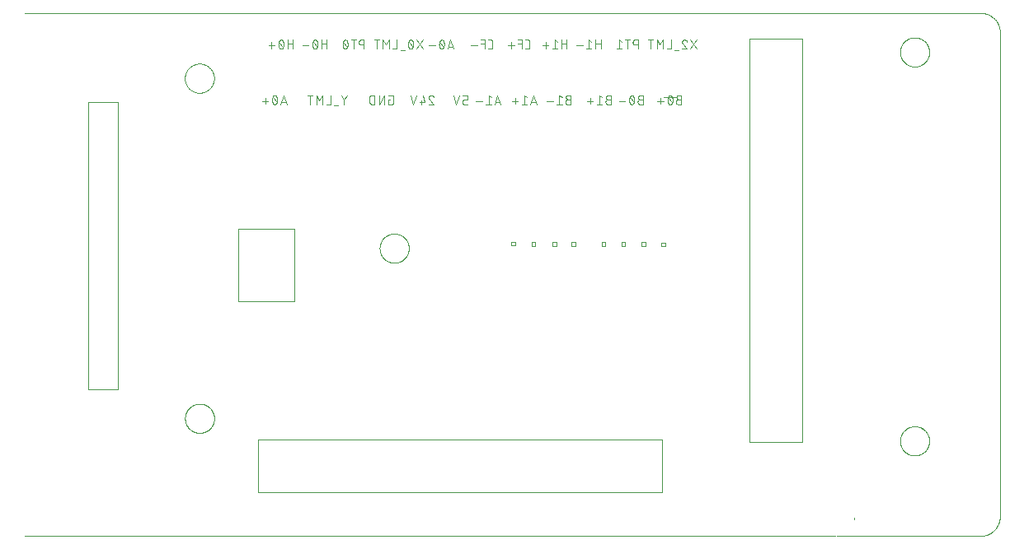
<source format=gbr>
G04 EAGLE Gerber RS-274X export*
G75*
%MOMM*%
%FSLAX34Y34*%
%LPD*%
%INSilkscreen Bottom*%
%IPPOS*%
%AMOC8*
5,1,8,0,0,1.08239X$1,22.5*%
G01*
%ADD10C,0.001000*%
%ADD11C,0.076200*%


D10*
X996025Y536866D02*
X996030Y537234D01*
X996043Y537602D01*
X996066Y537969D01*
X996097Y538336D01*
X996138Y538702D01*
X996187Y539067D01*
X996246Y539430D01*
X996313Y539792D01*
X996389Y540153D01*
X996475Y540511D01*
X996568Y540867D01*
X996671Y541220D01*
X996782Y541571D01*
X996902Y541919D01*
X997030Y542264D01*
X997167Y542606D01*
X997312Y542945D01*
X997465Y543279D01*
X997627Y543610D01*
X997796Y543937D01*
X997974Y544259D01*
X998159Y544578D01*
X998352Y544891D01*
X998553Y545200D01*
X998761Y545503D01*
X998977Y545801D01*
X999200Y546094D01*
X999430Y546382D01*
X999667Y546664D01*
X999911Y546939D01*
X1000161Y547209D01*
X1000418Y547473D01*
X1000682Y547730D01*
X1000952Y547980D01*
X1001227Y548224D01*
X1001509Y548461D01*
X1001797Y548691D01*
X1002090Y548914D01*
X1002388Y549130D01*
X1002691Y549338D01*
X1003000Y549539D01*
X1003313Y549732D01*
X1003632Y549917D01*
X1003954Y550095D01*
X1004281Y550264D01*
X1004612Y550426D01*
X1004946Y550579D01*
X1005285Y550724D01*
X1005627Y550861D01*
X1005972Y550989D01*
X1006320Y551109D01*
X1006671Y551220D01*
X1007024Y551323D01*
X1007380Y551416D01*
X1007738Y551502D01*
X1008099Y551578D01*
X1008461Y551645D01*
X1008824Y551704D01*
X1009189Y551753D01*
X1009555Y551794D01*
X1009922Y551825D01*
X1010289Y551848D01*
X1010657Y551861D01*
X1011025Y551866D01*
X1011393Y551861D01*
X1011761Y551848D01*
X1012128Y551825D01*
X1012495Y551794D01*
X1012861Y551753D01*
X1013226Y551704D01*
X1013589Y551645D01*
X1013951Y551578D01*
X1014312Y551502D01*
X1014670Y551416D01*
X1015026Y551323D01*
X1015379Y551220D01*
X1015730Y551109D01*
X1016078Y550989D01*
X1016423Y550861D01*
X1016765Y550724D01*
X1017104Y550579D01*
X1017438Y550426D01*
X1017769Y550264D01*
X1018096Y550095D01*
X1018418Y549917D01*
X1018737Y549732D01*
X1019050Y549539D01*
X1019359Y549338D01*
X1019662Y549130D01*
X1019960Y548914D01*
X1020253Y548691D01*
X1020541Y548461D01*
X1020823Y548224D01*
X1021098Y547980D01*
X1021368Y547730D01*
X1021632Y547473D01*
X1021889Y547209D01*
X1022139Y546939D01*
X1022383Y546664D01*
X1022620Y546382D01*
X1022850Y546094D01*
X1023073Y545801D01*
X1023289Y545503D01*
X1023497Y545200D01*
X1023698Y544891D01*
X1023891Y544578D01*
X1024076Y544259D01*
X1024254Y543937D01*
X1024423Y543610D01*
X1024585Y543279D01*
X1024738Y542945D01*
X1024883Y542606D01*
X1025020Y542264D01*
X1025148Y541919D01*
X1025268Y541571D01*
X1025379Y541220D01*
X1025482Y540867D01*
X1025575Y540511D01*
X1025661Y540153D01*
X1025737Y539792D01*
X1025804Y539430D01*
X1025863Y539067D01*
X1025912Y538702D01*
X1025953Y538336D01*
X1025984Y537969D01*
X1026007Y537602D01*
X1026020Y537234D01*
X1026025Y536866D01*
X1026020Y536498D01*
X1026007Y536130D01*
X1025984Y535763D01*
X1025953Y535396D01*
X1025912Y535030D01*
X1025863Y534665D01*
X1025804Y534302D01*
X1025737Y533940D01*
X1025661Y533579D01*
X1025575Y533221D01*
X1025482Y532865D01*
X1025379Y532512D01*
X1025268Y532161D01*
X1025148Y531813D01*
X1025020Y531468D01*
X1024883Y531126D01*
X1024738Y530787D01*
X1024585Y530453D01*
X1024423Y530122D01*
X1024254Y529795D01*
X1024076Y529473D01*
X1023891Y529154D01*
X1023698Y528841D01*
X1023497Y528532D01*
X1023289Y528229D01*
X1023073Y527931D01*
X1022850Y527638D01*
X1022620Y527350D01*
X1022383Y527068D01*
X1022139Y526793D01*
X1021889Y526523D01*
X1021632Y526259D01*
X1021368Y526002D01*
X1021098Y525752D01*
X1020823Y525508D01*
X1020541Y525271D01*
X1020253Y525041D01*
X1019960Y524818D01*
X1019662Y524602D01*
X1019359Y524394D01*
X1019050Y524193D01*
X1018737Y524000D01*
X1018418Y523815D01*
X1018096Y523637D01*
X1017769Y523468D01*
X1017438Y523306D01*
X1017104Y523153D01*
X1016765Y523008D01*
X1016423Y522871D01*
X1016078Y522743D01*
X1015730Y522623D01*
X1015379Y522512D01*
X1015026Y522409D01*
X1014670Y522316D01*
X1014312Y522230D01*
X1013951Y522154D01*
X1013589Y522087D01*
X1013226Y522028D01*
X1012861Y521979D01*
X1012495Y521938D01*
X1012128Y521907D01*
X1011761Y521884D01*
X1011393Y521871D01*
X1011025Y521866D01*
X1010657Y521871D01*
X1010289Y521884D01*
X1009922Y521907D01*
X1009555Y521938D01*
X1009189Y521979D01*
X1008824Y522028D01*
X1008461Y522087D01*
X1008099Y522154D01*
X1007738Y522230D01*
X1007380Y522316D01*
X1007024Y522409D01*
X1006671Y522512D01*
X1006320Y522623D01*
X1005972Y522743D01*
X1005627Y522871D01*
X1005285Y523008D01*
X1004946Y523153D01*
X1004612Y523306D01*
X1004281Y523468D01*
X1003954Y523637D01*
X1003632Y523815D01*
X1003313Y524000D01*
X1003000Y524193D01*
X1002691Y524394D01*
X1002388Y524602D01*
X1002090Y524818D01*
X1001797Y525041D01*
X1001509Y525271D01*
X1001227Y525508D01*
X1000952Y525752D01*
X1000682Y526002D01*
X1000418Y526259D01*
X1000161Y526523D01*
X999911Y526793D01*
X999667Y527068D01*
X999430Y527350D01*
X999200Y527638D01*
X998977Y527931D01*
X998761Y528229D01*
X998553Y528532D01*
X998352Y528841D01*
X998159Y529154D01*
X997974Y529473D01*
X997796Y529795D01*
X997627Y530122D01*
X997465Y530453D01*
X997312Y530787D01*
X997167Y531126D01*
X997030Y531468D01*
X996902Y531813D01*
X996782Y532161D01*
X996671Y532512D01*
X996568Y532865D01*
X996475Y533221D01*
X996389Y533579D01*
X996313Y533940D01*
X996246Y534302D01*
X996187Y534665D01*
X996138Y535030D01*
X996097Y535396D01*
X996066Y535763D01*
X996043Y536130D01*
X996030Y536498D01*
X996025Y536866D01*
X933777Y577151D02*
X1078540Y577151D01*
X948540Y58101D02*
X948540Y56451D01*
X1078540Y39171D02*
X1079023Y39177D01*
X1079506Y39194D01*
X1079989Y39224D01*
X1080470Y39264D01*
X1080951Y39317D01*
X1081430Y39381D01*
X1081907Y39456D01*
X1082383Y39544D01*
X1082856Y39642D01*
X1083326Y39752D01*
X1083794Y39873D01*
X1084259Y40006D01*
X1084720Y40150D01*
X1085178Y40305D01*
X1085632Y40471D01*
X1086082Y40648D01*
X1086527Y40835D01*
X1086968Y41034D01*
X1087404Y41242D01*
X1087834Y41462D01*
X1088260Y41692D01*
X1088679Y41932D01*
X1089093Y42182D01*
X1089500Y42442D01*
X1089901Y42711D01*
X1090296Y42991D01*
X1090683Y43279D01*
X1091064Y43578D01*
X1091437Y43885D01*
X1091802Y44201D01*
X1092160Y44526D01*
X1092510Y44859D01*
X1092852Y45201D01*
X1093185Y45551D01*
X1093510Y45909D01*
X1093826Y46274D01*
X1094133Y46647D01*
X1094432Y47028D01*
X1094720Y47415D01*
X1095000Y47810D01*
X1095269Y48211D01*
X1095529Y48618D01*
X1095779Y49032D01*
X1096019Y49451D01*
X1096249Y49877D01*
X1096469Y50307D01*
X1096677Y50743D01*
X1096876Y51184D01*
X1097063Y51629D01*
X1097240Y52079D01*
X1097406Y52533D01*
X1097561Y52991D01*
X1097705Y53452D01*
X1097838Y53917D01*
X1097959Y54385D01*
X1098069Y54855D01*
X1098167Y55328D01*
X1098255Y55804D01*
X1098330Y56281D01*
X1098394Y56760D01*
X1098447Y57241D01*
X1098487Y57722D01*
X1098517Y58205D01*
X1098534Y58688D01*
X1098540Y59171D01*
X1098540Y557151D01*
X1098534Y557634D01*
X1098517Y558117D01*
X1098487Y558600D01*
X1098447Y559081D01*
X1098394Y559562D01*
X1098330Y560041D01*
X1098255Y560518D01*
X1098167Y560994D01*
X1098069Y561467D01*
X1097959Y561937D01*
X1097838Y562405D01*
X1097705Y562870D01*
X1097561Y563331D01*
X1097406Y563789D01*
X1097240Y564243D01*
X1097063Y564693D01*
X1096876Y565138D01*
X1096677Y565579D01*
X1096469Y566015D01*
X1096249Y566445D01*
X1096019Y566871D01*
X1095779Y567290D01*
X1095529Y567704D01*
X1095269Y568111D01*
X1095000Y568512D01*
X1094720Y568907D01*
X1094432Y569294D01*
X1094133Y569675D01*
X1093826Y570048D01*
X1093510Y570413D01*
X1093185Y570771D01*
X1092852Y571121D01*
X1092510Y571463D01*
X1092160Y571796D01*
X1091802Y572121D01*
X1091437Y572437D01*
X1091064Y572744D01*
X1090683Y573043D01*
X1090296Y573331D01*
X1089901Y573611D01*
X1089500Y573880D01*
X1089093Y574140D01*
X1088679Y574390D01*
X1088260Y574630D01*
X1087834Y574860D01*
X1087404Y575080D01*
X1086968Y575288D01*
X1086527Y575487D01*
X1086082Y575674D01*
X1085632Y575851D01*
X1085178Y576017D01*
X1084720Y576172D01*
X1084259Y576316D01*
X1083794Y576449D01*
X1083326Y576570D01*
X1082856Y576680D01*
X1082383Y576778D01*
X1081907Y576866D01*
X1081430Y576941D01*
X1080951Y577005D01*
X1080470Y577058D01*
X1079989Y577098D01*
X1079506Y577128D01*
X1079023Y577145D01*
X1078540Y577151D01*
X244070Y577151D02*
X96800Y577151D01*
X96800Y39171D02*
X929610Y39171D01*
X996025Y136866D02*
X996030Y137234D01*
X996043Y137602D01*
X996066Y137969D01*
X996097Y138336D01*
X996138Y138702D01*
X996187Y139067D01*
X996246Y139430D01*
X996313Y139792D01*
X996389Y140153D01*
X996475Y140511D01*
X996568Y140867D01*
X996671Y141220D01*
X996782Y141571D01*
X996902Y141919D01*
X997030Y142264D01*
X997167Y142606D01*
X997312Y142945D01*
X997465Y143279D01*
X997627Y143610D01*
X997796Y143937D01*
X997974Y144259D01*
X998159Y144578D01*
X998352Y144891D01*
X998553Y145200D01*
X998761Y145503D01*
X998977Y145801D01*
X999200Y146094D01*
X999430Y146382D01*
X999667Y146664D01*
X999911Y146939D01*
X1000161Y147209D01*
X1000418Y147473D01*
X1000682Y147730D01*
X1000952Y147980D01*
X1001227Y148224D01*
X1001509Y148461D01*
X1001797Y148691D01*
X1002090Y148914D01*
X1002388Y149130D01*
X1002691Y149338D01*
X1003000Y149539D01*
X1003313Y149732D01*
X1003632Y149917D01*
X1003954Y150095D01*
X1004281Y150264D01*
X1004612Y150426D01*
X1004946Y150579D01*
X1005285Y150724D01*
X1005627Y150861D01*
X1005972Y150989D01*
X1006320Y151109D01*
X1006671Y151220D01*
X1007024Y151323D01*
X1007380Y151416D01*
X1007738Y151502D01*
X1008099Y151578D01*
X1008461Y151645D01*
X1008824Y151704D01*
X1009189Y151753D01*
X1009555Y151794D01*
X1009922Y151825D01*
X1010289Y151848D01*
X1010657Y151861D01*
X1011025Y151866D01*
X1011393Y151861D01*
X1011761Y151848D01*
X1012128Y151825D01*
X1012495Y151794D01*
X1012861Y151753D01*
X1013226Y151704D01*
X1013589Y151645D01*
X1013951Y151578D01*
X1014312Y151502D01*
X1014670Y151416D01*
X1015026Y151323D01*
X1015379Y151220D01*
X1015730Y151109D01*
X1016078Y150989D01*
X1016423Y150861D01*
X1016765Y150724D01*
X1017104Y150579D01*
X1017438Y150426D01*
X1017769Y150264D01*
X1018096Y150095D01*
X1018418Y149917D01*
X1018737Y149732D01*
X1019050Y149539D01*
X1019359Y149338D01*
X1019662Y149130D01*
X1019960Y148914D01*
X1020253Y148691D01*
X1020541Y148461D01*
X1020823Y148224D01*
X1021098Y147980D01*
X1021368Y147730D01*
X1021632Y147473D01*
X1021889Y147209D01*
X1022139Y146939D01*
X1022383Y146664D01*
X1022620Y146382D01*
X1022850Y146094D01*
X1023073Y145801D01*
X1023289Y145503D01*
X1023497Y145200D01*
X1023698Y144891D01*
X1023891Y144578D01*
X1024076Y144259D01*
X1024254Y143937D01*
X1024423Y143610D01*
X1024585Y143279D01*
X1024738Y142945D01*
X1024883Y142606D01*
X1025020Y142264D01*
X1025148Y141919D01*
X1025268Y141571D01*
X1025379Y141220D01*
X1025482Y140867D01*
X1025575Y140511D01*
X1025661Y140153D01*
X1025737Y139792D01*
X1025804Y139430D01*
X1025863Y139067D01*
X1025912Y138702D01*
X1025953Y138336D01*
X1025984Y137969D01*
X1026007Y137602D01*
X1026020Y137234D01*
X1026025Y136866D01*
X1026020Y136498D01*
X1026007Y136130D01*
X1025984Y135763D01*
X1025953Y135396D01*
X1025912Y135030D01*
X1025863Y134665D01*
X1025804Y134302D01*
X1025737Y133940D01*
X1025661Y133579D01*
X1025575Y133221D01*
X1025482Y132865D01*
X1025379Y132512D01*
X1025268Y132161D01*
X1025148Y131813D01*
X1025020Y131468D01*
X1024883Y131126D01*
X1024738Y130787D01*
X1024585Y130453D01*
X1024423Y130122D01*
X1024254Y129795D01*
X1024076Y129473D01*
X1023891Y129154D01*
X1023698Y128841D01*
X1023497Y128532D01*
X1023289Y128229D01*
X1023073Y127931D01*
X1022850Y127638D01*
X1022620Y127350D01*
X1022383Y127068D01*
X1022139Y126793D01*
X1021889Y126523D01*
X1021632Y126259D01*
X1021368Y126002D01*
X1021098Y125752D01*
X1020823Y125508D01*
X1020541Y125271D01*
X1020253Y125041D01*
X1019960Y124818D01*
X1019662Y124602D01*
X1019359Y124394D01*
X1019050Y124193D01*
X1018737Y124000D01*
X1018418Y123815D01*
X1018096Y123637D01*
X1017769Y123468D01*
X1017438Y123306D01*
X1017104Y123153D01*
X1016765Y123008D01*
X1016423Y122871D01*
X1016078Y122743D01*
X1015730Y122623D01*
X1015379Y122512D01*
X1015026Y122409D01*
X1014670Y122316D01*
X1014312Y122230D01*
X1013951Y122154D01*
X1013589Y122087D01*
X1013226Y122028D01*
X1012861Y121979D01*
X1012495Y121938D01*
X1012128Y121907D01*
X1011761Y121884D01*
X1011393Y121871D01*
X1011025Y121866D01*
X1010657Y121871D01*
X1010289Y121884D01*
X1009922Y121907D01*
X1009555Y121938D01*
X1009189Y121979D01*
X1008824Y122028D01*
X1008461Y122087D01*
X1008099Y122154D01*
X1007738Y122230D01*
X1007380Y122316D01*
X1007024Y122409D01*
X1006671Y122512D01*
X1006320Y122623D01*
X1005972Y122743D01*
X1005627Y122871D01*
X1005285Y123008D01*
X1004946Y123153D01*
X1004612Y123306D01*
X1004281Y123468D01*
X1003954Y123637D01*
X1003632Y123815D01*
X1003313Y124000D01*
X1003000Y124193D01*
X1002691Y124394D01*
X1002388Y124602D01*
X1002090Y124818D01*
X1001797Y125041D01*
X1001509Y125271D01*
X1001227Y125508D01*
X1000952Y125752D01*
X1000682Y126002D01*
X1000418Y126259D01*
X1000161Y126523D01*
X999911Y126793D01*
X999667Y127068D01*
X999430Y127350D01*
X999200Y127638D01*
X998977Y127931D01*
X998761Y128229D01*
X998553Y128532D01*
X998352Y128841D01*
X998159Y129154D01*
X997974Y129473D01*
X997796Y129795D01*
X997627Y130122D01*
X997465Y130453D01*
X997312Y130787D01*
X997167Y131126D01*
X997030Y131468D01*
X996902Y131813D01*
X996782Y132161D01*
X996671Y132512D01*
X996568Y132865D01*
X996475Y133221D01*
X996389Y133579D01*
X996313Y133940D01*
X996246Y134302D01*
X996187Y134665D01*
X996138Y135030D01*
X996097Y135396D01*
X996066Y135763D01*
X996043Y136130D01*
X996030Y136498D01*
X996025Y136866D01*
X931270Y39171D02*
X1078540Y39171D01*
X931770Y577271D02*
X244070Y577151D01*
X931770Y577271D02*
X932172Y577266D01*
X932575Y577252D01*
X932976Y577228D01*
X933377Y577194D01*
X933777Y577151D01*
X895380Y550421D02*
X841380Y550421D01*
X841380Y135421D02*
X895380Y135421D01*
X841380Y135421D02*
X841380Y550421D01*
X895380Y550421D02*
X895380Y135421D01*
X336370Y137951D02*
X336370Y83951D01*
X751370Y83951D02*
X751370Y137951D01*
X336370Y137951D01*
X336370Y83951D02*
X751370Y83951D01*
D11*
X372364Y540131D02*
X372364Y549529D01*
X372364Y545352D02*
X367143Y545352D01*
X367143Y549529D02*
X367143Y540131D01*
X362916Y544830D02*
X362914Y545015D01*
X362907Y545200D01*
X362896Y545384D01*
X362881Y545568D01*
X362861Y545752D01*
X362837Y545936D01*
X362808Y546118D01*
X362775Y546300D01*
X362738Y546481D01*
X362696Y546661D01*
X362650Y546841D01*
X362600Y547019D01*
X362546Y547195D01*
X362487Y547371D01*
X362425Y547545D01*
X362358Y547717D01*
X362287Y547888D01*
X362212Y548057D01*
X362133Y548224D01*
X362103Y548304D01*
X362070Y548383D01*
X362033Y548460D01*
X361993Y548536D01*
X361950Y548610D01*
X361904Y548682D01*
X361854Y548751D01*
X361802Y548819D01*
X361746Y548884D01*
X361688Y548947D01*
X361626Y549006D01*
X361563Y549064D01*
X361496Y549118D01*
X361428Y549169D01*
X361357Y549217D01*
X361284Y549262D01*
X361210Y549304D01*
X361133Y549342D01*
X361055Y549377D01*
X360976Y549409D01*
X360895Y549437D01*
X360813Y549461D01*
X360729Y549482D01*
X360646Y549499D01*
X360561Y549512D01*
X360476Y549521D01*
X360391Y549527D01*
X360305Y549529D01*
X360219Y549527D01*
X360134Y549521D01*
X360049Y549512D01*
X359964Y549499D01*
X359881Y549482D01*
X359797Y549461D01*
X359715Y549437D01*
X359635Y549409D01*
X359555Y549377D01*
X359477Y549342D01*
X359400Y549304D01*
X359326Y549262D01*
X359253Y549217D01*
X359182Y549169D01*
X359114Y549118D01*
X359047Y549064D01*
X358984Y549006D01*
X358923Y548947D01*
X358864Y548884D01*
X358809Y548819D01*
X358756Y548751D01*
X358706Y548682D01*
X358660Y548610D01*
X358617Y548536D01*
X358577Y548460D01*
X358540Y548383D01*
X358507Y548304D01*
X358477Y548224D01*
X358398Y548057D01*
X358323Y547888D01*
X358252Y547717D01*
X358185Y547545D01*
X358123Y547371D01*
X358064Y547195D01*
X358010Y547019D01*
X357960Y546841D01*
X357914Y546661D01*
X357872Y546481D01*
X357835Y546300D01*
X357802Y546118D01*
X357773Y545936D01*
X357749Y545752D01*
X357729Y545568D01*
X357714Y545384D01*
X357703Y545200D01*
X357696Y545015D01*
X357694Y544830D01*
X362915Y544830D02*
X362913Y544645D01*
X362906Y544460D01*
X362895Y544276D01*
X362880Y544092D01*
X362860Y543908D01*
X362836Y543724D01*
X362807Y543542D01*
X362774Y543360D01*
X362737Y543179D01*
X362695Y542999D01*
X362649Y542819D01*
X362599Y542641D01*
X362545Y542465D01*
X362486Y542289D01*
X362424Y542115D01*
X362357Y541943D01*
X362286Y541772D01*
X362211Y541603D01*
X362132Y541436D01*
X362133Y541436D02*
X362103Y541356D01*
X362070Y541277D01*
X362033Y541200D01*
X361993Y541124D01*
X361950Y541050D01*
X361904Y540978D01*
X361854Y540909D01*
X361801Y540841D01*
X361746Y540776D01*
X361687Y540713D01*
X361626Y540654D01*
X361563Y540596D01*
X361496Y540542D01*
X361428Y540491D01*
X361357Y540443D01*
X361284Y540398D01*
X361210Y540356D01*
X361133Y540318D01*
X361055Y540283D01*
X360976Y540251D01*
X360895Y540223D01*
X360813Y540199D01*
X360729Y540178D01*
X360646Y540161D01*
X360561Y540148D01*
X360476Y540139D01*
X360391Y540133D01*
X360305Y540131D01*
X358477Y541436D02*
X358398Y541603D01*
X358323Y541772D01*
X358252Y541943D01*
X358185Y542115D01*
X358123Y542289D01*
X358064Y542465D01*
X358010Y542641D01*
X357960Y542819D01*
X357914Y542999D01*
X357872Y543179D01*
X357835Y543360D01*
X357802Y543542D01*
X357773Y543724D01*
X357749Y543908D01*
X357729Y544092D01*
X357714Y544276D01*
X357703Y544460D01*
X357696Y544645D01*
X357694Y544830D01*
X358477Y541436D02*
X358507Y541356D01*
X358540Y541277D01*
X358577Y541200D01*
X358617Y541124D01*
X358660Y541050D01*
X358706Y540978D01*
X358756Y540909D01*
X358809Y540841D01*
X358864Y540776D01*
X358923Y540713D01*
X358984Y540654D01*
X359047Y540596D01*
X359114Y540542D01*
X359182Y540491D01*
X359253Y540443D01*
X359326Y540398D01*
X359400Y540356D01*
X359477Y540318D01*
X359555Y540283D01*
X359635Y540251D01*
X359715Y540223D01*
X359797Y540199D01*
X359881Y540178D01*
X359964Y540161D01*
X360049Y540148D01*
X360134Y540139D01*
X360219Y540133D01*
X360305Y540131D01*
X362393Y542219D02*
X358216Y547441D01*
X353684Y543786D02*
X347418Y543786D01*
X350551Y540653D02*
X350551Y546918D01*
X407289Y549529D02*
X407289Y540131D01*
X407289Y545352D02*
X402068Y545352D01*
X402068Y549529D02*
X402068Y540131D01*
X397841Y544830D02*
X397839Y545015D01*
X397832Y545200D01*
X397821Y545384D01*
X397806Y545568D01*
X397786Y545752D01*
X397762Y545936D01*
X397733Y546118D01*
X397700Y546300D01*
X397663Y546481D01*
X397621Y546661D01*
X397575Y546841D01*
X397525Y547019D01*
X397471Y547195D01*
X397412Y547371D01*
X397350Y547545D01*
X397283Y547717D01*
X397212Y547888D01*
X397137Y548057D01*
X397058Y548224D01*
X397028Y548304D01*
X396995Y548383D01*
X396958Y548460D01*
X396918Y548536D01*
X396875Y548610D01*
X396829Y548682D01*
X396779Y548751D01*
X396727Y548819D01*
X396671Y548884D01*
X396613Y548947D01*
X396551Y549006D01*
X396488Y549064D01*
X396421Y549118D01*
X396353Y549169D01*
X396282Y549217D01*
X396209Y549262D01*
X396135Y549304D01*
X396058Y549342D01*
X395980Y549377D01*
X395901Y549409D01*
X395820Y549437D01*
X395738Y549461D01*
X395654Y549482D01*
X395571Y549499D01*
X395486Y549512D01*
X395401Y549521D01*
X395316Y549527D01*
X395230Y549529D01*
X395144Y549527D01*
X395059Y549521D01*
X394974Y549512D01*
X394889Y549499D01*
X394806Y549482D01*
X394722Y549461D01*
X394640Y549437D01*
X394560Y549409D01*
X394480Y549377D01*
X394402Y549342D01*
X394325Y549304D01*
X394251Y549262D01*
X394178Y549217D01*
X394107Y549169D01*
X394039Y549118D01*
X393972Y549064D01*
X393909Y549006D01*
X393848Y548947D01*
X393789Y548884D01*
X393734Y548819D01*
X393681Y548751D01*
X393631Y548682D01*
X393585Y548610D01*
X393542Y548536D01*
X393502Y548460D01*
X393465Y548383D01*
X393432Y548304D01*
X393402Y548224D01*
X393323Y548057D01*
X393248Y547888D01*
X393177Y547717D01*
X393110Y547545D01*
X393048Y547371D01*
X392989Y547195D01*
X392935Y547019D01*
X392885Y546841D01*
X392839Y546661D01*
X392797Y546481D01*
X392760Y546300D01*
X392727Y546118D01*
X392698Y545936D01*
X392674Y545752D01*
X392654Y545568D01*
X392639Y545384D01*
X392628Y545200D01*
X392621Y545015D01*
X392619Y544830D01*
X397840Y544830D02*
X397838Y544645D01*
X397831Y544460D01*
X397820Y544276D01*
X397805Y544092D01*
X397785Y543908D01*
X397761Y543724D01*
X397732Y543542D01*
X397699Y543360D01*
X397662Y543179D01*
X397620Y542999D01*
X397574Y542819D01*
X397524Y542641D01*
X397470Y542465D01*
X397411Y542289D01*
X397349Y542115D01*
X397282Y541943D01*
X397211Y541772D01*
X397136Y541603D01*
X397057Y541436D01*
X397058Y541436D02*
X397028Y541356D01*
X396995Y541277D01*
X396958Y541200D01*
X396918Y541124D01*
X396875Y541050D01*
X396829Y540978D01*
X396779Y540909D01*
X396726Y540841D01*
X396671Y540776D01*
X396612Y540713D01*
X396551Y540654D01*
X396488Y540596D01*
X396421Y540542D01*
X396353Y540491D01*
X396282Y540443D01*
X396209Y540398D01*
X396135Y540356D01*
X396058Y540318D01*
X395980Y540283D01*
X395901Y540251D01*
X395820Y540223D01*
X395738Y540199D01*
X395654Y540178D01*
X395571Y540161D01*
X395486Y540148D01*
X395401Y540139D01*
X395316Y540133D01*
X395230Y540131D01*
X393402Y541436D02*
X393323Y541603D01*
X393248Y541772D01*
X393177Y541943D01*
X393110Y542115D01*
X393048Y542289D01*
X392989Y542465D01*
X392935Y542641D01*
X392885Y542819D01*
X392839Y542999D01*
X392797Y543179D01*
X392760Y543360D01*
X392727Y543542D01*
X392698Y543724D01*
X392674Y543908D01*
X392654Y544092D01*
X392639Y544276D01*
X392628Y544460D01*
X392621Y544645D01*
X392619Y544830D01*
X393402Y541436D02*
X393432Y541356D01*
X393465Y541277D01*
X393502Y541200D01*
X393542Y541124D01*
X393585Y541050D01*
X393631Y540978D01*
X393681Y540909D01*
X393734Y540841D01*
X393789Y540776D01*
X393848Y540713D01*
X393909Y540654D01*
X393972Y540596D01*
X394039Y540542D01*
X394107Y540491D01*
X394178Y540443D01*
X394251Y540398D01*
X394325Y540356D01*
X394402Y540318D01*
X394480Y540283D01*
X394560Y540251D01*
X394640Y540223D01*
X394722Y540199D01*
X394806Y540178D01*
X394889Y540161D01*
X394974Y540148D01*
X395059Y540139D01*
X395144Y540133D01*
X395230Y540131D01*
X397318Y542219D02*
X393141Y547441D01*
X388609Y543786D02*
X382343Y543786D01*
X445389Y540131D02*
X445389Y549529D01*
X442778Y549529D01*
X442677Y549527D01*
X442576Y549521D01*
X442475Y549511D01*
X442375Y549498D01*
X442275Y549480D01*
X442176Y549459D01*
X442078Y549433D01*
X441981Y549404D01*
X441885Y549372D01*
X441791Y549335D01*
X441698Y549295D01*
X441606Y549251D01*
X441517Y549204D01*
X441429Y549153D01*
X441343Y549099D01*
X441260Y549042D01*
X441178Y548982D01*
X441100Y548918D01*
X441023Y548852D01*
X440950Y548782D01*
X440879Y548710D01*
X440811Y548635D01*
X440746Y548557D01*
X440684Y548477D01*
X440625Y548395D01*
X440569Y548310D01*
X440517Y548224D01*
X440468Y548135D01*
X440422Y548044D01*
X440381Y547952D01*
X440342Y547858D01*
X440308Y547763D01*
X440277Y547667D01*
X440250Y547569D01*
X440226Y547471D01*
X440207Y547371D01*
X440191Y547271D01*
X440179Y547171D01*
X440171Y547070D01*
X440167Y546969D01*
X440167Y546867D01*
X440171Y546766D01*
X440179Y546665D01*
X440191Y546565D01*
X440207Y546465D01*
X440226Y546365D01*
X440250Y546267D01*
X440277Y546169D01*
X440308Y546073D01*
X440342Y545978D01*
X440381Y545884D01*
X440422Y545792D01*
X440468Y545701D01*
X440517Y545613D01*
X440569Y545526D01*
X440625Y545441D01*
X440684Y545359D01*
X440746Y545279D01*
X440811Y545201D01*
X440879Y545126D01*
X440950Y545054D01*
X441023Y544984D01*
X441100Y544918D01*
X441178Y544854D01*
X441260Y544794D01*
X441343Y544737D01*
X441429Y544683D01*
X441517Y544632D01*
X441606Y544585D01*
X441698Y544541D01*
X441791Y544501D01*
X441885Y544464D01*
X441981Y544432D01*
X442078Y544403D01*
X442176Y544377D01*
X442275Y544356D01*
X442375Y544338D01*
X442475Y544325D01*
X442576Y544315D01*
X442677Y544309D01*
X442778Y544307D01*
X442778Y544308D02*
X445389Y544308D01*
X434680Y540131D02*
X434680Y549529D01*
X432070Y549529D02*
X437291Y549529D01*
X427974Y548224D02*
X428053Y548057D01*
X428128Y547888D01*
X428199Y547717D01*
X428266Y547545D01*
X428328Y547371D01*
X428387Y547195D01*
X428441Y547019D01*
X428491Y546841D01*
X428537Y546661D01*
X428579Y546481D01*
X428616Y546300D01*
X428649Y546118D01*
X428678Y545936D01*
X428702Y545752D01*
X428722Y545568D01*
X428737Y545384D01*
X428748Y545200D01*
X428755Y545015D01*
X428757Y544830D01*
X427974Y548224D02*
X427944Y548304D01*
X427911Y548383D01*
X427874Y548460D01*
X427834Y548536D01*
X427791Y548610D01*
X427745Y548682D01*
X427695Y548751D01*
X427643Y548819D01*
X427587Y548884D01*
X427529Y548947D01*
X427467Y549006D01*
X427404Y549064D01*
X427337Y549118D01*
X427269Y549169D01*
X427198Y549217D01*
X427125Y549262D01*
X427051Y549304D01*
X426974Y549342D01*
X426896Y549377D01*
X426817Y549409D01*
X426736Y549437D01*
X426654Y549461D01*
X426570Y549482D01*
X426487Y549499D01*
X426402Y549512D01*
X426317Y549521D01*
X426232Y549527D01*
X426146Y549529D01*
X426060Y549527D01*
X425975Y549521D01*
X425890Y549512D01*
X425805Y549499D01*
X425722Y549482D01*
X425638Y549461D01*
X425556Y549437D01*
X425476Y549409D01*
X425396Y549377D01*
X425318Y549342D01*
X425241Y549304D01*
X425167Y549262D01*
X425094Y549217D01*
X425023Y549169D01*
X424955Y549118D01*
X424888Y549064D01*
X424825Y549006D01*
X424764Y548947D01*
X424705Y548884D01*
X424650Y548819D01*
X424597Y548751D01*
X424547Y548682D01*
X424501Y548610D01*
X424458Y548536D01*
X424418Y548460D01*
X424381Y548383D01*
X424348Y548304D01*
X424318Y548224D01*
X424239Y548057D01*
X424164Y547888D01*
X424093Y547717D01*
X424026Y547545D01*
X423964Y547371D01*
X423905Y547195D01*
X423851Y547019D01*
X423801Y546841D01*
X423755Y546661D01*
X423713Y546481D01*
X423676Y546300D01*
X423643Y546118D01*
X423614Y545936D01*
X423590Y545752D01*
X423570Y545568D01*
X423555Y545384D01*
X423544Y545200D01*
X423537Y545015D01*
X423535Y544830D01*
X428756Y544830D02*
X428754Y544645D01*
X428747Y544460D01*
X428736Y544276D01*
X428721Y544092D01*
X428701Y543908D01*
X428677Y543724D01*
X428648Y543542D01*
X428615Y543360D01*
X428578Y543179D01*
X428536Y542999D01*
X428490Y542819D01*
X428440Y542641D01*
X428386Y542465D01*
X428327Y542289D01*
X428265Y542115D01*
X428198Y541943D01*
X428127Y541772D01*
X428052Y541603D01*
X427973Y541436D01*
X427974Y541436D02*
X427944Y541356D01*
X427911Y541277D01*
X427874Y541200D01*
X427834Y541124D01*
X427791Y541050D01*
X427745Y540978D01*
X427695Y540909D01*
X427642Y540841D01*
X427587Y540776D01*
X427528Y540713D01*
X427467Y540654D01*
X427404Y540596D01*
X427337Y540542D01*
X427269Y540491D01*
X427198Y540443D01*
X427125Y540398D01*
X427051Y540356D01*
X426974Y540318D01*
X426896Y540283D01*
X426817Y540251D01*
X426736Y540223D01*
X426654Y540199D01*
X426570Y540178D01*
X426487Y540161D01*
X426402Y540148D01*
X426317Y540139D01*
X426232Y540133D01*
X426146Y540131D01*
X424318Y541436D02*
X424239Y541603D01*
X424164Y541772D01*
X424093Y541943D01*
X424026Y542115D01*
X423964Y542289D01*
X423905Y542465D01*
X423851Y542641D01*
X423801Y542819D01*
X423755Y542999D01*
X423713Y543179D01*
X423676Y543360D01*
X423643Y543542D01*
X423614Y543724D01*
X423590Y543908D01*
X423570Y544092D01*
X423555Y544276D01*
X423544Y544460D01*
X423537Y544645D01*
X423535Y544830D01*
X424318Y541436D02*
X424348Y541356D01*
X424381Y541277D01*
X424418Y541200D01*
X424458Y541124D01*
X424501Y541050D01*
X424547Y540978D01*
X424597Y540909D01*
X424650Y540841D01*
X424705Y540776D01*
X424764Y540713D01*
X424825Y540654D01*
X424888Y540596D01*
X424955Y540542D01*
X425023Y540491D01*
X425094Y540443D01*
X425167Y540398D01*
X425241Y540356D01*
X425318Y540318D01*
X425396Y540283D01*
X425476Y540251D01*
X425556Y540223D01*
X425638Y540199D01*
X425722Y540178D01*
X425805Y540161D01*
X425890Y540148D01*
X425975Y540139D01*
X426060Y540133D01*
X426146Y540131D01*
X428234Y542219D02*
X424057Y547441D01*
X499449Y549529D02*
X505714Y540131D01*
X499449Y540131D02*
X505714Y549529D01*
X495265Y548224D02*
X495344Y548057D01*
X495419Y547888D01*
X495490Y547717D01*
X495557Y547545D01*
X495619Y547371D01*
X495678Y547195D01*
X495732Y547019D01*
X495782Y546841D01*
X495828Y546661D01*
X495870Y546481D01*
X495907Y546300D01*
X495940Y546118D01*
X495969Y545936D01*
X495993Y545752D01*
X496013Y545568D01*
X496028Y545384D01*
X496039Y545200D01*
X496046Y545015D01*
X496048Y544830D01*
X495265Y548224D02*
X495235Y548304D01*
X495202Y548383D01*
X495165Y548460D01*
X495125Y548536D01*
X495082Y548610D01*
X495036Y548682D01*
X494986Y548751D01*
X494934Y548819D01*
X494878Y548884D01*
X494820Y548947D01*
X494758Y549006D01*
X494695Y549064D01*
X494628Y549118D01*
X494560Y549169D01*
X494489Y549217D01*
X494416Y549262D01*
X494342Y549304D01*
X494265Y549342D01*
X494187Y549377D01*
X494108Y549409D01*
X494027Y549437D01*
X493945Y549461D01*
X493861Y549482D01*
X493778Y549499D01*
X493693Y549512D01*
X493608Y549521D01*
X493523Y549527D01*
X493437Y549529D01*
X493351Y549527D01*
X493266Y549521D01*
X493181Y549512D01*
X493096Y549499D01*
X493013Y549482D01*
X492929Y549461D01*
X492847Y549437D01*
X492767Y549409D01*
X492687Y549377D01*
X492609Y549342D01*
X492532Y549304D01*
X492458Y549262D01*
X492385Y549217D01*
X492314Y549169D01*
X492246Y549118D01*
X492179Y549064D01*
X492116Y549006D01*
X492055Y548947D01*
X491996Y548884D01*
X491941Y548819D01*
X491888Y548751D01*
X491838Y548682D01*
X491792Y548610D01*
X491749Y548536D01*
X491709Y548460D01*
X491672Y548383D01*
X491639Y548304D01*
X491609Y548224D01*
X491610Y548224D02*
X491531Y548057D01*
X491456Y547888D01*
X491385Y547717D01*
X491318Y547545D01*
X491256Y547371D01*
X491197Y547195D01*
X491143Y547019D01*
X491093Y546841D01*
X491047Y546661D01*
X491005Y546481D01*
X490968Y546300D01*
X490935Y546118D01*
X490906Y545936D01*
X490882Y545752D01*
X490862Y545568D01*
X490847Y545384D01*
X490836Y545200D01*
X490829Y545015D01*
X490827Y544830D01*
X496048Y544830D02*
X496046Y544645D01*
X496039Y544460D01*
X496028Y544276D01*
X496013Y544092D01*
X495993Y543908D01*
X495969Y543724D01*
X495940Y543542D01*
X495907Y543360D01*
X495870Y543179D01*
X495828Y542999D01*
X495782Y542819D01*
X495732Y542641D01*
X495678Y542465D01*
X495619Y542289D01*
X495557Y542115D01*
X495490Y541943D01*
X495419Y541772D01*
X495344Y541603D01*
X495265Y541436D01*
X495235Y541356D01*
X495202Y541277D01*
X495165Y541200D01*
X495125Y541124D01*
X495082Y541050D01*
X495036Y540978D01*
X494986Y540909D01*
X494933Y540841D01*
X494878Y540776D01*
X494819Y540713D01*
X494758Y540654D01*
X494695Y540596D01*
X494628Y540542D01*
X494560Y540491D01*
X494489Y540443D01*
X494416Y540398D01*
X494342Y540356D01*
X494265Y540318D01*
X494187Y540283D01*
X494108Y540251D01*
X494027Y540223D01*
X493945Y540199D01*
X493861Y540178D01*
X493778Y540161D01*
X493693Y540148D01*
X493608Y540139D01*
X493523Y540133D01*
X493437Y540131D01*
X491610Y541436D02*
X491531Y541603D01*
X491456Y541772D01*
X491385Y541943D01*
X491318Y542115D01*
X491256Y542289D01*
X491197Y542465D01*
X491143Y542641D01*
X491093Y542819D01*
X491047Y542999D01*
X491005Y543179D01*
X490968Y543360D01*
X490935Y543542D01*
X490906Y543724D01*
X490882Y543908D01*
X490862Y544092D01*
X490847Y544276D01*
X490836Y544460D01*
X490829Y544645D01*
X490827Y544830D01*
X491609Y541436D02*
X491639Y541356D01*
X491672Y541277D01*
X491709Y541200D01*
X491749Y541124D01*
X491792Y541050D01*
X491838Y540978D01*
X491888Y540909D01*
X491941Y540841D01*
X491996Y540776D01*
X492055Y540713D01*
X492116Y540654D01*
X492179Y540596D01*
X492246Y540542D01*
X492314Y540491D01*
X492385Y540443D01*
X492458Y540398D01*
X492532Y540356D01*
X492609Y540318D01*
X492687Y540283D01*
X492767Y540251D01*
X492847Y540223D01*
X492929Y540199D01*
X493013Y540178D01*
X493096Y540161D01*
X493181Y540148D01*
X493266Y540139D01*
X493351Y540133D01*
X493437Y540131D01*
X495526Y542219D02*
X491349Y547441D01*
X487296Y539087D02*
X483119Y539087D01*
X479267Y540131D02*
X479267Y549529D01*
X479267Y540131D02*
X475090Y540131D01*
X471272Y540131D02*
X471272Y549529D01*
X468139Y544308D01*
X465007Y549529D01*
X465007Y540131D01*
X458690Y540131D02*
X458690Y549529D01*
X456080Y549529D02*
X461301Y549529D01*
X534331Y549529D02*
X537464Y540131D01*
X531199Y540131D02*
X534331Y549529D01*
X531982Y542481D02*
X536681Y542481D01*
X527798Y544830D02*
X527796Y545015D01*
X527789Y545200D01*
X527778Y545384D01*
X527763Y545568D01*
X527743Y545752D01*
X527719Y545936D01*
X527690Y546118D01*
X527657Y546300D01*
X527620Y546481D01*
X527578Y546661D01*
X527532Y546841D01*
X527482Y547019D01*
X527428Y547195D01*
X527369Y547371D01*
X527307Y547545D01*
X527240Y547717D01*
X527169Y547888D01*
X527094Y548057D01*
X527015Y548224D01*
X526985Y548304D01*
X526952Y548383D01*
X526915Y548460D01*
X526875Y548536D01*
X526832Y548610D01*
X526786Y548682D01*
X526736Y548751D01*
X526684Y548819D01*
X526628Y548884D01*
X526570Y548947D01*
X526508Y549006D01*
X526445Y549064D01*
X526378Y549118D01*
X526310Y549169D01*
X526239Y549217D01*
X526166Y549262D01*
X526092Y549304D01*
X526015Y549342D01*
X525937Y549377D01*
X525858Y549409D01*
X525777Y549437D01*
X525695Y549461D01*
X525611Y549482D01*
X525528Y549499D01*
X525443Y549512D01*
X525358Y549521D01*
X525273Y549527D01*
X525187Y549529D01*
X525101Y549527D01*
X525016Y549521D01*
X524931Y549512D01*
X524846Y549499D01*
X524763Y549482D01*
X524679Y549461D01*
X524597Y549437D01*
X524517Y549409D01*
X524437Y549377D01*
X524359Y549342D01*
X524282Y549304D01*
X524208Y549262D01*
X524135Y549217D01*
X524064Y549169D01*
X523996Y549118D01*
X523929Y549064D01*
X523866Y549006D01*
X523805Y548947D01*
X523746Y548884D01*
X523691Y548819D01*
X523638Y548751D01*
X523588Y548682D01*
X523542Y548610D01*
X523499Y548536D01*
X523459Y548460D01*
X523422Y548383D01*
X523389Y548304D01*
X523359Y548224D01*
X523360Y548224D02*
X523281Y548057D01*
X523206Y547888D01*
X523135Y547717D01*
X523068Y547545D01*
X523006Y547371D01*
X522947Y547195D01*
X522893Y547019D01*
X522843Y546841D01*
X522797Y546661D01*
X522755Y546481D01*
X522718Y546300D01*
X522685Y546118D01*
X522656Y545936D01*
X522632Y545752D01*
X522612Y545568D01*
X522597Y545384D01*
X522586Y545200D01*
X522579Y545015D01*
X522577Y544830D01*
X527798Y544830D02*
X527796Y544645D01*
X527789Y544460D01*
X527778Y544276D01*
X527763Y544092D01*
X527743Y543908D01*
X527719Y543724D01*
X527690Y543542D01*
X527657Y543360D01*
X527620Y543179D01*
X527578Y542999D01*
X527532Y542819D01*
X527482Y542641D01*
X527428Y542465D01*
X527369Y542289D01*
X527307Y542115D01*
X527240Y541943D01*
X527169Y541772D01*
X527094Y541603D01*
X527015Y541436D01*
X526985Y541356D01*
X526952Y541277D01*
X526915Y541200D01*
X526875Y541124D01*
X526832Y541050D01*
X526786Y540978D01*
X526736Y540909D01*
X526683Y540841D01*
X526628Y540776D01*
X526569Y540713D01*
X526508Y540654D01*
X526445Y540596D01*
X526378Y540542D01*
X526310Y540491D01*
X526239Y540443D01*
X526166Y540398D01*
X526092Y540356D01*
X526015Y540318D01*
X525937Y540283D01*
X525858Y540251D01*
X525777Y540223D01*
X525695Y540199D01*
X525611Y540178D01*
X525528Y540161D01*
X525443Y540148D01*
X525358Y540139D01*
X525273Y540133D01*
X525187Y540131D01*
X523360Y541436D02*
X523281Y541603D01*
X523206Y541772D01*
X523135Y541943D01*
X523068Y542115D01*
X523006Y542289D01*
X522947Y542465D01*
X522893Y542641D01*
X522843Y542819D01*
X522797Y542999D01*
X522755Y543179D01*
X522718Y543360D01*
X522685Y543542D01*
X522656Y543724D01*
X522632Y543908D01*
X522612Y544092D01*
X522597Y544276D01*
X522586Y544460D01*
X522579Y544645D01*
X522577Y544830D01*
X523359Y541436D02*
X523389Y541356D01*
X523422Y541277D01*
X523459Y541200D01*
X523499Y541124D01*
X523542Y541050D01*
X523588Y540978D01*
X523638Y540909D01*
X523691Y540841D01*
X523746Y540776D01*
X523805Y540713D01*
X523866Y540654D01*
X523929Y540596D01*
X523996Y540542D01*
X524064Y540491D01*
X524135Y540443D01*
X524208Y540398D01*
X524282Y540356D01*
X524359Y540318D01*
X524437Y540283D01*
X524517Y540251D01*
X524597Y540223D01*
X524679Y540199D01*
X524763Y540178D01*
X524846Y540161D01*
X524931Y540148D01*
X525016Y540139D01*
X525101Y540133D01*
X525187Y540131D01*
X527276Y542219D02*
X523099Y547441D01*
X518566Y543786D02*
X512301Y543786D01*
X362881Y492379D02*
X366014Y482981D01*
X359749Y482981D02*
X362881Y492379D01*
X360532Y485331D02*
X365231Y485331D01*
X356348Y487680D02*
X356346Y487865D01*
X356339Y488050D01*
X356328Y488234D01*
X356313Y488418D01*
X356293Y488602D01*
X356269Y488786D01*
X356240Y488968D01*
X356207Y489150D01*
X356170Y489331D01*
X356128Y489511D01*
X356082Y489691D01*
X356032Y489869D01*
X355978Y490045D01*
X355919Y490221D01*
X355857Y490395D01*
X355790Y490567D01*
X355719Y490738D01*
X355644Y490907D01*
X355565Y491074D01*
X355535Y491154D01*
X355502Y491233D01*
X355465Y491310D01*
X355425Y491386D01*
X355382Y491460D01*
X355336Y491532D01*
X355286Y491601D01*
X355234Y491669D01*
X355178Y491734D01*
X355120Y491797D01*
X355058Y491856D01*
X354995Y491914D01*
X354928Y491968D01*
X354860Y492019D01*
X354789Y492067D01*
X354716Y492112D01*
X354642Y492154D01*
X354565Y492192D01*
X354487Y492227D01*
X354408Y492259D01*
X354327Y492287D01*
X354245Y492311D01*
X354161Y492332D01*
X354078Y492349D01*
X353993Y492362D01*
X353908Y492371D01*
X353823Y492377D01*
X353737Y492379D01*
X353651Y492377D01*
X353566Y492371D01*
X353481Y492362D01*
X353396Y492349D01*
X353313Y492332D01*
X353229Y492311D01*
X353147Y492287D01*
X353067Y492259D01*
X352987Y492227D01*
X352909Y492192D01*
X352832Y492154D01*
X352758Y492112D01*
X352685Y492067D01*
X352614Y492019D01*
X352546Y491968D01*
X352479Y491914D01*
X352416Y491856D01*
X352355Y491797D01*
X352296Y491734D01*
X352241Y491669D01*
X352188Y491601D01*
X352138Y491532D01*
X352092Y491460D01*
X352049Y491386D01*
X352009Y491310D01*
X351972Y491233D01*
X351939Y491154D01*
X351909Y491074D01*
X351910Y491074D02*
X351831Y490907D01*
X351756Y490738D01*
X351685Y490567D01*
X351618Y490395D01*
X351556Y490221D01*
X351497Y490045D01*
X351443Y489869D01*
X351393Y489691D01*
X351347Y489511D01*
X351305Y489331D01*
X351268Y489150D01*
X351235Y488968D01*
X351206Y488786D01*
X351182Y488602D01*
X351162Y488418D01*
X351147Y488234D01*
X351136Y488050D01*
X351129Y487865D01*
X351127Y487680D01*
X356348Y487680D02*
X356346Y487495D01*
X356339Y487310D01*
X356328Y487126D01*
X356313Y486942D01*
X356293Y486758D01*
X356269Y486574D01*
X356240Y486392D01*
X356207Y486210D01*
X356170Y486029D01*
X356128Y485849D01*
X356082Y485669D01*
X356032Y485491D01*
X355978Y485315D01*
X355919Y485139D01*
X355857Y484965D01*
X355790Y484793D01*
X355719Y484622D01*
X355644Y484453D01*
X355565Y484286D01*
X355535Y484206D01*
X355502Y484127D01*
X355465Y484050D01*
X355425Y483974D01*
X355382Y483900D01*
X355336Y483828D01*
X355286Y483759D01*
X355233Y483691D01*
X355178Y483626D01*
X355119Y483563D01*
X355058Y483504D01*
X354995Y483446D01*
X354928Y483392D01*
X354860Y483341D01*
X354789Y483293D01*
X354716Y483248D01*
X354642Y483206D01*
X354565Y483168D01*
X354487Y483133D01*
X354408Y483101D01*
X354327Y483073D01*
X354245Y483049D01*
X354161Y483028D01*
X354078Y483011D01*
X353993Y482998D01*
X353908Y482989D01*
X353823Y482983D01*
X353737Y482981D01*
X351910Y484286D02*
X351831Y484453D01*
X351756Y484622D01*
X351685Y484793D01*
X351618Y484965D01*
X351556Y485139D01*
X351497Y485315D01*
X351443Y485491D01*
X351393Y485669D01*
X351347Y485849D01*
X351305Y486029D01*
X351268Y486210D01*
X351235Y486392D01*
X351206Y486574D01*
X351182Y486758D01*
X351162Y486942D01*
X351147Y487126D01*
X351136Y487310D01*
X351129Y487495D01*
X351127Y487680D01*
X351909Y484286D02*
X351939Y484206D01*
X351972Y484127D01*
X352009Y484050D01*
X352049Y483974D01*
X352092Y483900D01*
X352138Y483828D01*
X352188Y483759D01*
X352241Y483691D01*
X352296Y483626D01*
X352355Y483563D01*
X352416Y483504D01*
X352479Y483446D01*
X352546Y483392D01*
X352614Y483341D01*
X352685Y483293D01*
X352758Y483248D01*
X352832Y483206D01*
X352909Y483168D01*
X352987Y483133D01*
X353067Y483101D01*
X353147Y483073D01*
X353229Y483049D01*
X353313Y483028D01*
X353396Y483011D01*
X353481Y482998D01*
X353566Y482989D01*
X353651Y482983D01*
X353737Y482981D01*
X355826Y485069D02*
X351649Y490291D01*
X347116Y486636D02*
X340851Y486636D01*
X343984Y483503D02*
X343984Y489768D01*
X729163Y488202D02*
X731774Y488202D01*
X729163Y488203D02*
X729062Y488201D01*
X728961Y488195D01*
X728860Y488185D01*
X728760Y488172D01*
X728660Y488154D01*
X728561Y488133D01*
X728463Y488107D01*
X728366Y488078D01*
X728270Y488046D01*
X728176Y488009D01*
X728083Y487969D01*
X727991Y487925D01*
X727902Y487878D01*
X727814Y487827D01*
X727728Y487773D01*
X727645Y487716D01*
X727563Y487656D01*
X727485Y487592D01*
X727408Y487526D01*
X727335Y487456D01*
X727264Y487384D01*
X727196Y487309D01*
X727131Y487231D01*
X727069Y487151D01*
X727010Y487069D01*
X726954Y486984D01*
X726902Y486898D01*
X726853Y486809D01*
X726807Y486718D01*
X726766Y486626D01*
X726727Y486532D01*
X726693Y486437D01*
X726662Y486341D01*
X726635Y486243D01*
X726611Y486145D01*
X726592Y486045D01*
X726576Y485945D01*
X726564Y485845D01*
X726556Y485744D01*
X726552Y485643D01*
X726552Y485541D01*
X726556Y485440D01*
X726564Y485339D01*
X726576Y485239D01*
X726592Y485139D01*
X726611Y485039D01*
X726635Y484941D01*
X726662Y484843D01*
X726693Y484747D01*
X726727Y484652D01*
X726766Y484558D01*
X726807Y484466D01*
X726853Y484375D01*
X726902Y484287D01*
X726954Y484200D01*
X727010Y484115D01*
X727069Y484033D01*
X727131Y483953D01*
X727196Y483875D01*
X727264Y483800D01*
X727335Y483728D01*
X727408Y483658D01*
X727485Y483592D01*
X727563Y483528D01*
X727645Y483468D01*
X727728Y483411D01*
X727814Y483357D01*
X727902Y483306D01*
X727991Y483259D01*
X728083Y483215D01*
X728176Y483175D01*
X728270Y483138D01*
X728366Y483106D01*
X728463Y483077D01*
X728561Y483051D01*
X728660Y483030D01*
X728760Y483012D01*
X728860Y482999D01*
X728961Y482989D01*
X729062Y482983D01*
X729163Y482981D01*
X731774Y482981D01*
X731774Y492379D01*
X729163Y492379D01*
X729073Y492377D01*
X728984Y492371D01*
X728894Y492362D01*
X728805Y492348D01*
X728717Y492331D01*
X728630Y492310D01*
X728543Y492285D01*
X728458Y492256D01*
X728374Y492224D01*
X728292Y492189D01*
X728211Y492149D01*
X728132Y492107D01*
X728055Y492061D01*
X727980Y492011D01*
X727907Y491959D01*
X727836Y491903D01*
X727768Y491845D01*
X727703Y491783D01*
X727640Y491719D01*
X727580Y491652D01*
X727523Y491583D01*
X727469Y491511D01*
X727418Y491437D01*
X727370Y491361D01*
X727326Y491283D01*
X727285Y491203D01*
X727247Y491121D01*
X727213Y491038D01*
X727183Y490953D01*
X727156Y490867D01*
X727133Y490781D01*
X727114Y490693D01*
X727099Y490604D01*
X727087Y490515D01*
X727079Y490426D01*
X727075Y490336D01*
X727075Y490246D01*
X727079Y490156D01*
X727087Y490067D01*
X727099Y489978D01*
X727114Y489889D01*
X727133Y489801D01*
X727156Y489715D01*
X727183Y489629D01*
X727213Y489544D01*
X727247Y489461D01*
X727285Y489379D01*
X727326Y489299D01*
X727370Y489221D01*
X727418Y489145D01*
X727469Y489071D01*
X727523Y488999D01*
X727580Y488930D01*
X727640Y488863D01*
X727703Y488799D01*
X727768Y488737D01*
X727836Y488679D01*
X727907Y488623D01*
X727980Y488571D01*
X728055Y488521D01*
X728132Y488475D01*
X728211Y488433D01*
X728292Y488393D01*
X728374Y488358D01*
X728458Y488326D01*
X728543Y488297D01*
X728630Y488272D01*
X728717Y488251D01*
X728805Y488234D01*
X728894Y488220D01*
X728984Y488211D01*
X729073Y488205D01*
X729163Y488203D01*
X723066Y487680D02*
X723064Y487865D01*
X723057Y488050D01*
X723046Y488234D01*
X723031Y488418D01*
X723011Y488602D01*
X722987Y488786D01*
X722958Y488968D01*
X722925Y489150D01*
X722888Y489331D01*
X722846Y489511D01*
X722800Y489691D01*
X722750Y489869D01*
X722696Y490045D01*
X722637Y490221D01*
X722575Y490395D01*
X722508Y490567D01*
X722437Y490738D01*
X722362Y490907D01*
X722283Y491074D01*
X722284Y491074D02*
X722254Y491154D01*
X722221Y491233D01*
X722184Y491310D01*
X722144Y491386D01*
X722101Y491460D01*
X722055Y491532D01*
X722005Y491601D01*
X721953Y491669D01*
X721897Y491734D01*
X721839Y491797D01*
X721777Y491856D01*
X721714Y491914D01*
X721647Y491968D01*
X721579Y492019D01*
X721508Y492067D01*
X721435Y492112D01*
X721361Y492154D01*
X721284Y492192D01*
X721206Y492227D01*
X721127Y492259D01*
X721046Y492287D01*
X720964Y492311D01*
X720880Y492332D01*
X720797Y492349D01*
X720712Y492362D01*
X720627Y492371D01*
X720542Y492377D01*
X720456Y492379D01*
X720370Y492377D01*
X720285Y492371D01*
X720200Y492362D01*
X720115Y492349D01*
X720032Y492332D01*
X719948Y492311D01*
X719866Y492287D01*
X719786Y492259D01*
X719706Y492227D01*
X719628Y492192D01*
X719551Y492154D01*
X719477Y492112D01*
X719404Y492067D01*
X719333Y492019D01*
X719265Y491968D01*
X719198Y491914D01*
X719135Y491856D01*
X719074Y491797D01*
X719015Y491734D01*
X718960Y491669D01*
X718907Y491601D01*
X718857Y491532D01*
X718811Y491460D01*
X718768Y491386D01*
X718728Y491310D01*
X718691Y491233D01*
X718658Y491154D01*
X718628Y491074D01*
X718549Y490907D01*
X718474Y490738D01*
X718403Y490567D01*
X718336Y490395D01*
X718274Y490221D01*
X718215Y490045D01*
X718161Y489869D01*
X718111Y489691D01*
X718065Y489511D01*
X718023Y489331D01*
X717986Y489150D01*
X717953Y488968D01*
X717924Y488786D01*
X717900Y488602D01*
X717880Y488418D01*
X717865Y488234D01*
X717854Y488050D01*
X717847Y487865D01*
X717845Y487680D01*
X723066Y487680D02*
X723064Y487495D01*
X723057Y487310D01*
X723046Y487126D01*
X723031Y486942D01*
X723011Y486758D01*
X722987Y486574D01*
X722958Y486392D01*
X722925Y486210D01*
X722888Y486029D01*
X722846Y485849D01*
X722800Y485669D01*
X722750Y485491D01*
X722696Y485315D01*
X722637Y485139D01*
X722575Y484965D01*
X722508Y484793D01*
X722437Y484622D01*
X722362Y484453D01*
X722283Y484286D01*
X722284Y484286D02*
X722254Y484206D01*
X722221Y484127D01*
X722184Y484050D01*
X722144Y483974D01*
X722101Y483900D01*
X722055Y483828D01*
X722005Y483759D01*
X721952Y483691D01*
X721897Y483626D01*
X721838Y483563D01*
X721777Y483504D01*
X721714Y483446D01*
X721647Y483392D01*
X721579Y483341D01*
X721508Y483293D01*
X721435Y483248D01*
X721361Y483206D01*
X721284Y483168D01*
X721206Y483133D01*
X721127Y483101D01*
X721046Y483073D01*
X720964Y483049D01*
X720880Y483028D01*
X720797Y483011D01*
X720712Y482998D01*
X720627Y482989D01*
X720542Y482983D01*
X720456Y482981D01*
X718628Y484286D02*
X718549Y484453D01*
X718474Y484622D01*
X718403Y484793D01*
X718336Y484965D01*
X718274Y485139D01*
X718215Y485315D01*
X718161Y485491D01*
X718111Y485669D01*
X718065Y485849D01*
X718023Y486029D01*
X717986Y486210D01*
X717953Y486392D01*
X717924Y486574D01*
X717900Y486758D01*
X717880Y486942D01*
X717865Y487126D01*
X717854Y487310D01*
X717847Y487495D01*
X717845Y487680D01*
X718628Y484286D02*
X718658Y484206D01*
X718691Y484127D01*
X718728Y484050D01*
X718768Y483974D01*
X718811Y483900D01*
X718857Y483828D01*
X718907Y483759D01*
X718960Y483691D01*
X719015Y483626D01*
X719074Y483563D01*
X719135Y483504D01*
X719198Y483446D01*
X719265Y483392D01*
X719333Y483341D01*
X719404Y483293D01*
X719477Y483248D01*
X719551Y483206D01*
X719628Y483168D01*
X719706Y483133D01*
X719786Y483101D01*
X719866Y483073D01*
X719948Y483049D01*
X720032Y483028D01*
X720115Y483011D01*
X720200Y482998D01*
X720285Y482989D01*
X720370Y482983D01*
X720456Y482981D01*
X722544Y485069D02*
X718367Y490291D01*
X713835Y486636D02*
X707569Y486636D01*
X768533Y488202D02*
X771144Y488202D01*
X768533Y488203D02*
X768432Y488201D01*
X768331Y488195D01*
X768230Y488185D01*
X768130Y488172D01*
X768030Y488154D01*
X767931Y488133D01*
X767833Y488107D01*
X767736Y488078D01*
X767640Y488046D01*
X767546Y488009D01*
X767453Y487969D01*
X767361Y487925D01*
X767272Y487878D01*
X767184Y487827D01*
X767098Y487773D01*
X767015Y487716D01*
X766933Y487656D01*
X766855Y487592D01*
X766778Y487526D01*
X766705Y487456D01*
X766634Y487384D01*
X766566Y487309D01*
X766501Y487231D01*
X766439Y487151D01*
X766380Y487069D01*
X766324Y486984D01*
X766272Y486898D01*
X766223Y486809D01*
X766177Y486718D01*
X766136Y486626D01*
X766097Y486532D01*
X766063Y486437D01*
X766032Y486341D01*
X766005Y486243D01*
X765981Y486145D01*
X765962Y486045D01*
X765946Y485945D01*
X765934Y485845D01*
X765926Y485744D01*
X765922Y485643D01*
X765922Y485541D01*
X765926Y485440D01*
X765934Y485339D01*
X765946Y485239D01*
X765962Y485139D01*
X765981Y485039D01*
X766005Y484941D01*
X766032Y484843D01*
X766063Y484747D01*
X766097Y484652D01*
X766136Y484558D01*
X766177Y484466D01*
X766223Y484375D01*
X766272Y484287D01*
X766324Y484200D01*
X766380Y484115D01*
X766439Y484033D01*
X766501Y483953D01*
X766566Y483875D01*
X766634Y483800D01*
X766705Y483728D01*
X766778Y483658D01*
X766855Y483592D01*
X766933Y483528D01*
X767015Y483468D01*
X767098Y483411D01*
X767184Y483357D01*
X767272Y483306D01*
X767361Y483259D01*
X767453Y483215D01*
X767546Y483175D01*
X767640Y483138D01*
X767736Y483106D01*
X767833Y483077D01*
X767931Y483051D01*
X768030Y483030D01*
X768130Y483012D01*
X768230Y482999D01*
X768331Y482989D01*
X768432Y482983D01*
X768533Y482981D01*
X771144Y482981D01*
X771144Y492379D01*
X768533Y492379D01*
X768443Y492377D01*
X768354Y492371D01*
X768264Y492362D01*
X768175Y492348D01*
X768087Y492331D01*
X768000Y492310D01*
X767913Y492285D01*
X767828Y492256D01*
X767744Y492224D01*
X767662Y492189D01*
X767581Y492149D01*
X767502Y492107D01*
X767425Y492061D01*
X767350Y492011D01*
X767277Y491959D01*
X767206Y491903D01*
X767138Y491845D01*
X767073Y491783D01*
X767010Y491719D01*
X766950Y491652D01*
X766893Y491583D01*
X766839Y491511D01*
X766788Y491437D01*
X766740Y491361D01*
X766696Y491283D01*
X766655Y491203D01*
X766617Y491121D01*
X766583Y491038D01*
X766553Y490953D01*
X766526Y490867D01*
X766503Y490781D01*
X766484Y490693D01*
X766469Y490604D01*
X766457Y490515D01*
X766449Y490426D01*
X766445Y490336D01*
X766445Y490246D01*
X766449Y490156D01*
X766457Y490067D01*
X766469Y489978D01*
X766484Y489889D01*
X766503Y489801D01*
X766526Y489715D01*
X766553Y489629D01*
X766583Y489544D01*
X766617Y489461D01*
X766655Y489379D01*
X766696Y489299D01*
X766740Y489221D01*
X766788Y489145D01*
X766839Y489071D01*
X766893Y488999D01*
X766950Y488930D01*
X767010Y488863D01*
X767073Y488799D01*
X767138Y488737D01*
X767206Y488679D01*
X767277Y488623D01*
X767350Y488571D01*
X767425Y488521D01*
X767502Y488475D01*
X767581Y488433D01*
X767662Y488393D01*
X767744Y488358D01*
X767828Y488326D01*
X767913Y488297D01*
X768000Y488272D01*
X768087Y488251D01*
X768175Y488234D01*
X768264Y488220D01*
X768354Y488211D01*
X768443Y488205D01*
X768533Y488203D01*
X762436Y487680D02*
X762434Y487865D01*
X762427Y488050D01*
X762416Y488234D01*
X762401Y488418D01*
X762381Y488602D01*
X762357Y488786D01*
X762328Y488968D01*
X762295Y489150D01*
X762258Y489331D01*
X762216Y489511D01*
X762170Y489691D01*
X762120Y489869D01*
X762066Y490045D01*
X762007Y490221D01*
X761945Y490395D01*
X761878Y490567D01*
X761807Y490738D01*
X761732Y490907D01*
X761653Y491074D01*
X761654Y491074D02*
X761624Y491154D01*
X761591Y491233D01*
X761554Y491310D01*
X761514Y491386D01*
X761471Y491460D01*
X761425Y491532D01*
X761375Y491601D01*
X761323Y491669D01*
X761267Y491734D01*
X761209Y491797D01*
X761147Y491856D01*
X761084Y491914D01*
X761017Y491968D01*
X760949Y492019D01*
X760878Y492067D01*
X760805Y492112D01*
X760731Y492154D01*
X760654Y492192D01*
X760576Y492227D01*
X760497Y492259D01*
X760416Y492287D01*
X760334Y492311D01*
X760250Y492332D01*
X760167Y492349D01*
X760082Y492362D01*
X759997Y492371D01*
X759912Y492377D01*
X759826Y492379D01*
X759740Y492377D01*
X759655Y492371D01*
X759570Y492362D01*
X759485Y492349D01*
X759402Y492332D01*
X759318Y492311D01*
X759236Y492287D01*
X759156Y492259D01*
X759076Y492227D01*
X758998Y492192D01*
X758921Y492154D01*
X758847Y492112D01*
X758774Y492067D01*
X758703Y492019D01*
X758635Y491968D01*
X758568Y491914D01*
X758505Y491856D01*
X758444Y491797D01*
X758385Y491734D01*
X758330Y491669D01*
X758277Y491601D01*
X758227Y491532D01*
X758181Y491460D01*
X758138Y491386D01*
X758098Y491310D01*
X758061Y491233D01*
X758028Y491154D01*
X757998Y491074D01*
X757919Y490907D01*
X757844Y490738D01*
X757773Y490567D01*
X757706Y490395D01*
X757644Y490221D01*
X757585Y490045D01*
X757531Y489869D01*
X757481Y489691D01*
X757435Y489511D01*
X757393Y489331D01*
X757356Y489150D01*
X757323Y488968D01*
X757294Y488786D01*
X757270Y488602D01*
X757250Y488418D01*
X757235Y488234D01*
X757224Y488050D01*
X757217Y487865D01*
X757215Y487680D01*
X762436Y487680D02*
X762434Y487495D01*
X762427Y487310D01*
X762416Y487126D01*
X762401Y486942D01*
X762381Y486758D01*
X762357Y486574D01*
X762328Y486392D01*
X762295Y486210D01*
X762258Y486029D01*
X762216Y485849D01*
X762170Y485669D01*
X762120Y485491D01*
X762066Y485315D01*
X762007Y485139D01*
X761945Y484965D01*
X761878Y484793D01*
X761807Y484622D01*
X761732Y484453D01*
X761653Y484286D01*
X761654Y484286D02*
X761624Y484206D01*
X761591Y484127D01*
X761554Y484050D01*
X761514Y483974D01*
X761471Y483900D01*
X761425Y483828D01*
X761375Y483759D01*
X761322Y483691D01*
X761267Y483626D01*
X761208Y483563D01*
X761147Y483504D01*
X761084Y483446D01*
X761017Y483392D01*
X760949Y483341D01*
X760878Y483293D01*
X760805Y483248D01*
X760731Y483206D01*
X760654Y483168D01*
X760576Y483133D01*
X760497Y483101D01*
X760416Y483073D01*
X760334Y483049D01*
X760250Y483028D01*
X760167Y483011D01*
X760082Y482998D01*
X759997Y482989D01*
X759912Y482983D01*
X759826Y482981D01*
X757998Y484286D02*
X757919Y484453D01*
X757844Y484622D01*
X757773Y484793D01*
X757706Y484965D01*
X757644Y485139D01*
X757585Y485315D01*
X757531Y485491D01*
X757481Y485669D01*
X757435Y485849D01*
X757393Y486029D01*
X757356Y486210D01*
X757323Y486392D01*
X757294Y486574D01*
X757270Y486758D01*
X757250Y486942D01*
X757235Y487126D01*
X757224Y487310D01*
X757217Y487495D01*
X757215Y487680D01*
X757998Y484286D02*
X758028Y484206D01*
X758061Y484127D01*
X758098Y484050D01*
X758138Y483974D01*
X758181Y483900D01*
X758227Y483828D01*
X758277Y483759D01*
X758330Y483691D01*
X758385Y483626D01*
X758444Y483563D01*
X758505Y483504D01*
X758568Y483446D01*
X758635Y483392D01*
X758703Y483341D01*
X758774Y483293D01*
X758847Y483248D01*
X758921Y483206D01*
X758998Y483168D01*
X759076Y483133D01*
X759156Y483101D01*
X759236Y483073D01*
X759318Y483049D01*
X759402Y483028D01*
X759485Y483011D01*
X759570Y482998D01*
X759655Y482989D01*
X759740Y482983D01*
X759826Y482981D01*
X761914Y485069D02*
X757737Y490291D01*
X753205Y486636D02*
X746939Y486636D01*
X750072Y483503D02*
X750072Y489768D01*
X575381Y540131D02*
X573292Y540131D01*
X575381Y540131D02*
X575470Y540133D01*
X575558Y540139D01*
X575646Y540148D01*
X575734Y540161D01*
X575821Y540178D01*
X575907Y540198D01*
X575992Y540223D01*
X576077Y540250D01*
X576160Y540282D01*
X576241Y540316D01*
X576321Y540355D01*
X576399Y540396D01*
X576476Y540441D01*
X576550Y540489D01*
X576623Y540540D01*
X576693Y540594D01*
X576760Y540652D01*
X576826Y540712D01*
X576888Y540774D01*
X576948Y540840D01*
X577006Y540907D01*
X577060Y540977D01*
X577111Y541050D01*
X577159Y541124D01*
X577204Y541201D01*
X577245Y541279D01*
X577284Y541359D01*
X577318Y541440D01*
X577350Y541523D01*
X577377Y541608D01*
X577402Y541693D01*
X577422Y541779D01*
X577439Y541866D01*
X577452Y541954D01*
X577461Y542042D01*
X577467Y542130D01*
X577469Y542219D01*
X577469Y547441D01*
X577467Y547530D01*
X577461Y547618D01*
X577452Y547706D01*
X577439Y547794D01*
X577422Y547881D01*
X577402Y547967D01*
X577377Y548052D01*
X577350Y548137D01*
X577318Y548220D01*
X577284Y548301D01*
X577245Y548381D01*
X577204Y548459D01*
X577159Y548536D01*
X577111Y548610D01*
X577060Y548683D01*
X577006Y548753D01*
X576948Y548820D01*
X576888Y548886D01*
X576826Y548948D01*
X576760Y549008D01*
X576693Y549066D01*
X576623Y549120D01*
X576550Y549171D01*
X576476Y549219D01*
X576399Y549264D01*
X576321Y549305D01*
X576241Y549344D01*
X576160Y549378D01*
X576077Y549410D01*
X575992Y549437D01*
X575907Y549462D01*
X575821Y549482D01*
X575734Y549499D01*
X575646Y549512D01*
X575558Y549521D01*
X575470Y549527D01*
X575381Y549529D01*
X573292Y549529D01*
X569501Y549529D02*
X569501Y540131D01*
X569501Y549529D02*
X565324Y549529D01*
X565324Y545352D02*
X569501Y545352D01*
X561811Y543786D02*
X555546Y543786D01*
X611392Y540131D02*
X613481Y540131D01*
X613570Y540133D01*
X613658Y540139D01*
X613746Y540148D01*
X613834Y540161D01*
X613921Y540178D01*
X614007Y540198D01*
X614092Y540223D01*
X614177Y540250D01*
X614260Y540282D01*
X614341Y540316D01*
X614421Y540355D01*
X614499Y540396D01*
X614576Y540441D01*
X614650Y540489D01*
X614723Y540540D01*
X614793Y540594D01*
X614860Y540652D01*
X614926Y540712D01*
X614988Y540774D01*
X615048Y540840D01*
X615106Y540907D01*
X615160Y540977D01*
X615211Y541050D01*
X615259Y541124D01*
X615304Y541201D01*
X615345Y541279D01*
X615384Y541359D01*
X615418Y541440D01*
X615450Y541523D01*
X615477Y541608D01*
X615502Y541693D01*
X615522Y541779D01*
X615539Y541866D01*
X615552Y541954D01*
X615561Y542042D01*
X615567Y542130D01*
X615569Y542219D01*
X615569Y547441D01*
X615567Y547530D01*
X615561Y547618D01*
X615552Y547706D01*
X615539Y547794D01*
X615522Y547881D01*
X615502Y547967D01*
X615477Y548052D01*
X615450Y548137D01*
X615418Y548220D01*
X615384Y548301D01*
X615345Y548381D01*
X615304Y548459D01*
X615259Y548536D01*
X615211Y548610D01*
X615160Y548683D01*
X615106Y548753D01*
X615048Y548820D01*
X614988Y548886D01*
X614926Y548948D01*
X614860Y549008D01*
X614793Y549066D01*
X614723Y549120D01*
X614650Y549171D01*
X614576Y549219D01*
X614499Y549264D01*
X614421Y549305D01*
X614341Y549344D01*
X614260Y549378D01*
X614177Y549410D01*
X614092Y549437D01*
X614007Y549462D01*
X613921Y549482D01*
X613834Y549499D01*
X613746Y549512D01*
X613658Y549521D01*
X613570Y549527D01*
X613481Y549529D01*
X611392Y549529D01*
X607601Y549529D02*
X607601Y540131D01*
X607601Y549529D02*
X603424Y549529D01*
X603424Y545352D02*
X607601Y545352D01*
X599911Y543786D02*
X593646Y543786D01*
X596778Y546918D02*
X596778Y540653D01*
X428244Y492379D02*
X425111Y487941D01*
X421979Y492379D01*
X425111Y487941D02*
X425111Y482981D01*
X418970Y481937D02*
X414793Y481937D01*
X410941Y482981D02*
X410941Y492379D01*
X410941Y482981D02*
X406764Y482981D01*
X402946Y482981D02*
X402946Y492379D01*
X399813Y487158D01*
X396680Y492379D01*
X396680Y482981D01*
X390364Y482981D02*
X390364Y492379D01*
X387754Y492379D02*
X392975Y492379D01*
X470648Y488202D02*
X472214Y488202D01*
X470648Y488202D02*
X470648Y482981D01*
X473781Y482981D01*
X473870Y482983D01*
X473958Y482989D01*
X474046Y482998D01*
X474134Y483011D01*
X474221Y483028D01*
X474307Y483048D01*
X474392Y483073D01*
X474477Y483100D01*
X474560Y483132D01*
X474641Y483166D01*
X474721Y483205D01*
X474799Y483246D01*
X474876Y483291D01*
X474950Y483339D01*
X475023Y483390D01*
X475093Y483444D01*
X475160Y483502D01*
X475226Y483562D01*
X475288Y483624D01*
X475348Y483690D01*
X475406Y483757D01*
X475460Y483827D01*
X475511Y483900D01*
X475559Y483974D01*
X475604Y484051D01*
X475645Y484129D01*
X475684Y484209D01*
X475718Y484290D01*
X475750Y484373D01*
X475777Y484458D01*
X475802Y484543D01*
X475822Y484629D01*
X475839Y484716D01*
X475852Y484804D01*
X475861Y484892D01*
X475867Y484980D01*
X475869Y485069D01*
X475869Y490291D01*
X475867Y490380D01*
X475861Y490468D01*
X475852Y490556D01*
X475839Y490644D01*
X475822Y490731D01*
X475802Y490817D01*
X475777Y490902D01*
X475750Y490987D01*
X475718Y491070D01*
X475684Y491151D01*
X475645Y491231D01*
X475604Y491309D01*
X475559Y491386D01*
X475511Y491460D01*
X475460Y491533D01*
X475406Y491603D01*
X475348Y491670D01*
X475288Y491736D01*
X475226Y491798D01*
X475160Y491858D01*
X475093Y491916D01*
X475023Y491970D01*
X474950Y492021D01*
X474876Y492069D01*
X474799Y492114D01*
X474721Y492155D01*
X474641Y492194D01*
X474560Y492228D01*
X474477Y492260D01*
X474392Y492287D01*
X474307Y492312D01*
X474221Y492332D01*
X474134Y492349D01*
X474046Y492362D01*
X473958Y492371D01*
X473870Y492377D01*
X473781Y492379D01*
X470648Y492379D01*
X466115Y492379D02*
X466115Y482981D01*
X460894Y482981D02*
X466115Y492379D01*
X460894Y492379D02*
X460894Y482981D01*
X456362Y482981D02*
X456362Y492379D01*
X453751Y492379D01*
X453651Y492377D01*
X453551Y492371D01*
X453452Y492362D01*
X453352Y492348D01*
X453254Y492331D01*
X453156Y492310D01*
X453059Y492286D01*
X452963Y492257D01*
X452868Y492225D01*
X452775Y492190D01*
X452683Y492151D01*
X452592Y492108D01*
X452504Y492062D01*
X452417Y492012D01*
X452332Y491960D01*
X452249Y491904D01*
X452168Y491845D01*
X452090Y491782D01*
X452014Y491717D01*
X451940Y491649D01*
X451870Y491579D01*
X451802Y491505D01*
X451737Y491429D01*
X451674Y491351D01*
X451615Y491270D01*
X451559Y491187D01*
X451507Y491102D01*
X451457Y491015D01*
X451411Y490927D01*
X451368Y490836D01*
X451329Y490744D01*
X451294Y490651D01*
X451262Y490556D01*
X451233Y490460D01*
X451209Y490363D01*
X451188Y490265D01*
X451171Y490167D01*
X451157Y490067D01*
X451148Y489968D01*
X451142Y489868D01*
X451140Y489768D01*
X451141Y489768D02*
X451141Y485592D01*
X451140Y485592D02*
X451142Y485492D01*
X451148Y485392D01*
X451157Y485293D01*
X451171Y485193D01*
X451188Y485095D01*
X451209Y484997D01*
X451233Y484900D01*
X451262Y484804D01*
X451294Y484709D01*
X451329Y484616D01*
X451368Y484524D01*
X451411Y484433D01*
X451457Y484345D01*
X451507Y484258D01*
X451559Y484173D01*
X451615Y484090D01*
X451674Y484009D01*
X451737Y483931D01*
X451802Y483855D01*
X451870Y483781D01*
X451940Y483711D01*
X452014Y483643D01*
X452090Y483578D01*
X452168Y483515D01*
X452249Y483456D01*
X452332Y483400D01*
X452417Y483348D01*
X452504Y483298D01*
X452592Y483252D01*
X452683Y483209D01*
X452775Y483170D01*
X452868Y483135D01*
X452963Y483103D01*
X453059Y483074D01*
X453156Y483050D01*
X453254Y483029D01*
X453352Y483012D01*
X453452Y482998D01*
X453551Y482989D01*
X453651Y482983D01*
X453751Y482981D01*
X456362Y482981D01*
X511922Y490030D02*
X511924Y490125D01*
X511930Y490219D01*
X511939Y490313D01*
X511952Y490407D01*
X511969Y490500D01*
X511990Y490592D01*
X512015Y490684D01*
X512043Y490774D01*
X512075Y490863D01*
X512110Y490951D01*
X512149Y491037D01*
X512191Y491122D01*
X512237Y491205D01*
X512286Y491286D01*
X512338Y491365D01*
X512393Y491442D01*
X512452Y491516D01*
X512513Y491588D01*
X512577Y491658D01*
X512644Y491725D01*
X512714Y491789D01*
X512786Y491850D01*
X512860Y491909D01*
X512937Y491964D01*
X513016Y492016D01*
X513097Y492065D01*
X513180Y492111D01*
X513265Y492153D01*
X513351Y492192D01*
X513439Y492227D01*
X513528Y492259D01*
X513618Y492287D01*
X513710Y492312D01*
X513802Y492333D01*
X513895Y492350D01*
X513989Y492363D01*
X514083Y492372D01*
X514177Y492378D01*
X514272Y492380D01*
X514272Y492379D02*
X514380Y492377D01*
X514489Y492371D01*
X514597Y492361D01*
X514704Y492348D01*
X514811Y492330D01*
X514918Y492309D01*
X515023Y492284D01*
X515128Y492255D01*
X515231Y492223D01*
X515333Y492186D01*
X515434Y492146D01*
X515533Y492103D01*
X515631Y492056D01*
X515727Y492005D01*
X515821Y491951D01*
X515913Y491894D01*
X516003Y491833D01*
X516091Y491769D01*
X516176Y491703D01*
X516259Y491633D01*
X516339Y491560D01*
X516417Y491484D01*
X516492Y491406D01*
X516564Y491325D01*
X516633Y491241D01*
X516699Y491155D01*
X516762Y491067D01*
X516821Y490976D01*
X516878Y490884D01*
X516931Y490789D01*
X516980Y490692D01*
X517026Y490594D01*
X517069Y490495D01*
X517108Y490393D01*
X517143Y490291D01*
X512706Y488202D02*
X512637Y488271D01*
X512571Y488342D01*
X512507Y488415D01*
X512446Y488491D01*
X512388Y488570D01*
X512334Y488650D01*
X512282Y488733D01*
X512234Y488817D01*
X512188Y488903D01*
X512147Y488991D01*
X512108Y489081D01*
X512073Y489172D01*
X512042Y489264D01*
X512014Y489357D01*
X511990Y489451D01*
X511970Y489546D01*
X511953Y489642D01*
X511940Y489739D01*
X511931Y489836D01*
X511925Y489933D01*
X511923Y490030D01*
X512706Y488202D02*
X517144Y482981D01*
X511923Y482981D01*
X508000Y485069D02*
X505912Y492379D01*
X508000Y485069D02*
X502779Y485069D01*
X504345Y487158D02*
X504345Y482981D01*
X496246Y482981D02*
X499378Y492379D01*
X493113Y492379D02*
X496246Y482981D01*
X653669Y540131D02*
X653669Y549529D01*
X653669Y545352D02*
X648448Y545352D01*
X648448Y549529D02*
X648448Y540131D01*
X644220Y547441D02*
X641610Y549529D01*
X641610Y540131D01*
X644220Y540131D02*
X638999Y540131D01*
X634989Y543786D02*
X628723Y543786D01*
X631856Y540653D02*
X631856Y546918D01*
X688594Y549529D02*
X688594Y540131D01*
X688594Y545352D02*
X683373Y545352D01*
X683373Y549529D02*
X683373Y540131D01*
X679145Y547441D02*
X676535Y549529D01*
X676535Y540131D01*
X679145Y540131D02*
X673924Y540131D01*
X669914Y543786D02*
X663648Y543786D01*
X726694Y540131D02*
X726694Y549529D01*
X724083Y549529D01*
X723982Y549527D01*
X723881Y549521D01*
X723780Y549511D01*
X723680Y549498D01*
X723580Y549480D01*
X723481Y549459D01*
X723383Y549433D01*
X723286Y549404D01*
X723190Y549372D01*
X723096Y549335D01*
X723003Y549295D01*
X722911Y549251D01*
X722822Y549204D01*
X722734Y549153D01*
X722648Y549099D01*
X722565Y549042D01*
X722483Y548982D01*
X722405Y548918D01*
X722328Y548852D01*
X722255Y548782D01*
X722184Y548710D01*
X722116Y548635D01*
X722051Y548557D01*
X721989Y548477D01*
X721930Y548395D01*
X721874Y548310D01*
X721822Y548224D01*
X721773Y548135D01*
X721727Y548044D01*
X721686Y547952D01*
X721647Y547858D01*
X721613Y547763D01*
X721582Y547667D01*
X721555Y547569D01*
X721531Y547471D01*
X721512Y547371D01*
X721496Y547271D01*
X721484Y547171D01*
X721476Y547070D01*
X721472Y546969D01*
X721472Y546867D01*
X721476Y546766D01*
X721484Y546665D01*
X721496Y546565D01*
X721512Y546465D01*
X721531Y546365D01*
X721555Y546267D01*
X721582Y546169D01*
X721613Y546073D01*
X721647Y545978D01*
X721686Y545884D01*
X721727Y545792D01*
X721773Y545701D01*
X721822Y545613D01*
X721874Y545526D01*
X721930Y545441D01*
X721989Y545359D01*
X722051Y545279D01*
X722116Y545201D01*
X722184Y545126D01*
X722255Y545054D01*
X722328Y544984D01*
X722405Y544918D01*
X722483Y544854D01*
X722565Y544794D01*
X722648Y544737D01*
X722734Y544683D01*
X722822Y544632D01*
X722911Y544585D01*
X723003Y544541D01*
X723096Y544501D01*
X723190Y544464D01*
X723286Y544432D01*
X723383Y544403D01*
X723481Y544377D01*
X723580Y544356D01*
X723680Y544338D01*
X723780Y544325D01*
X723881Y544315D01*
X723982Y544309D01*
X724083Y544307D01*
X724083Y544308D02*
X726694Y544308D01*
X715985Y540131D02*
X715985Y549529D01*
X713375Y549529D02*
X718596Y549529D01*
X710061Y547441D02*
X707451Y549529D01*
X707451Y540131D01*
X710061Y540131D02*
X704840Y540131D01*
X780754Y549529D02*
X787019Y540131D01*
X780754Y540131D02*
X787019Y549529D01*
X774481Y549530D02*
X774386Y549528D01*
X774292Y549522D01*
X774198Y549513D01*
X774104Y549500D01*
X774011Y549483D01*
X773919Y549462D01*
X773827Y549437D01*
X773737Y549409D01*
X773648Y549377D01*
X773560Y549342D01*
X773474Y549303D01*
X773389Y549261D01*
X773306Y549215D01*
X773225Y549166D01*
X773146Y549114D01*
X773069Y549059D01*
X772995Y549000D01*
X772923Y548939D01*
X772853Y548875D01*
X772786Y548808D01*
X772722Y548738D01*
X772661Y548666D01*
X772602Y548592D01*
X772547Y548515D01*
X772495Y548436D01*
X772446Y548355D01*
X772400Y548272D01*
X772358Y548187D01*
X772319Y548101D01*
X772284Y548013D01*
X772252Y547924D01*
X772224Y547834D01*
X772199Y547742D01*
X772178Y547650D01*
X772161Y547557D01*
X772148Y547463D01*
X772139Y547369D01*
X772133Y547275D01*
X772131Y547180D01*
X774481Y549529D02*
X774589Y549527D01*
X774698Y549521D01*
X774806Y549511D01*
X774913Y549498D01*
X775020Y549480D01*
X775127Y549459D01*
X775232Y549434D01*
X775337Y549405D01*
X775440Y549373D01*
X775542Y549336D01*
X775643Y549296D01*
X775742Y549253D01*
X775840Y549206D01*
X775936Y549155D01*
X776030Y549101D01*
X776122Y549044D01*
X776212Y548983D01*
X776300Y548919D01*
X776385Y548853D01*
X776468Y548783D01*
X776548Y548710D01*
X776626Y548634D01*
X776701Y548556D01*
X776773Y548475D01*
X776842Y548391D01*
X776908Y548305D01*
X776971Y548217D01*
X777030Y548126D01*
X777087Y548034D01*
X777140Y547939D01*
X777189Y547842D01*
X777235Y547744D01*
X777278Y547645D01*
X777317Y547543D01*
X777352Y547441D01*
X772914Y545352D02*
X772845Y545421D01*
X772779Y545492D01*
X772715Y545565D01*
X772654Y545641D01*
X772596Y545720D01*
X772542Y545800D01*
X772490Y545883D01*
X772442Y545967D01*
X772396Y546053D01*
X772355Y546141D01*
X772316Y546231D01*
X772281Y546322D01*
X772250Y546414D01*
X772222Y546507D01*
X772198Y546601D01*
X772178Y546696D01*
X772161Y546792D01*
X772148Y546889D01*
X772139Y546986D01*
X772133Y547083D01*
X772131Y547180D01*
X772915Y545352D02*
X777353Y540131D01*
X772132Y540131D01*
X768601Y539087D02*
X764424Y539087D01*
X760572Y540131D02*
X760572Y549529D01*
X760572Y540131D02*
X756395Y540131D01*
X752577Y540131D02*
X752577Y549529D01*
X749444Y544308D01*
X746312Y549529D01*
X746312Y540131D01*
X739995Y540131D02*
X739995Y549529D01*
X737385Y549529D02*
X742606Y549529D01*
X552069Y482981D02*
X548936Y482981D01*
X548847Y482983D01*
X548759Y482989D01*
X548671Y482998D01*
X548583Y483011D01*
X548496Y483028D01*
X548410Y483048D01*
X548325Y483073D01*
X548240Y483100D01*
X548157Y483132D01*
X548076Y483166D01*
X547996Y483205D01*
X547918Y483246D01*
X547841Y483291D01*
X547767Y483339D01*
X547694Y483390D01*
X547624Y483444D01*
X547557Y483502D01*
X547491Y483562D01*
X547429Y483624D01*
X547369Y483690D01*
X547311Y483757D01*
X547257Y483827D01*
X547206Y483900D01*
X547158Y483974D01*
X547113Y484051D01*
X547072Y484129D01*
X547033Y484209D01*
X546999Y484290D01*
X546967Y484373D01*
X546940Y484458D01*
X546915Y484543D01*
X546895Y484629D01*
X546878Y484716D01*
X546865Y484804D01*
X546856Y484892D01*
X546850Y484980D01*
X546848Y485069D01*
X546848Y486114D01*
X546850Y486203D01*
X546856Y486291D01*
X546865Y486379D01*
X546878Y486467D01*
X546895Y486554D01*
X546915Y486640D01*
X546940Y486725D01*
X546967Y486810D01*
X546999Y486893D01*
X547033Y486974D01*
X547072Y487054D01*
X547113Y487132D01*
X547158Y487209D01*
X547206Y487283D01*
X547257Y487356D01*
X547311Y487426D01*
X547369Y487493D01*
X547429Y487559D01*
X547491Y487621D01*
X547557Y487681D01*
X547624Y487739D01*
X547694Y487793D01*
X547767Y487844D01*
X547841Y487892D01*
X547918Y487937D01*
X547996Y487978D01*
X548076Y488017D01*
X548157Y488051D01*
X548240Y488083D01*
X548325Y488110D01*
X548410Y488135D01*
X548496Y488155D01*
X548583Y488172D01*
X548671Y488185D01*
X548759Y488194D01*
X548847Y488200D01*
X548936Y488202D01*
X552069Y488202D01*
X552069Y492379D01*
X546848Y492379D01*
X543447Y492379D02*
X540315Y482981D01*
X537182Y492379D01*
X582591Y492379D02*
X585724Y482981D01*
X579459Y482981D02*
X582591Y492379D01*
X580242Y485331D02*
X584941Y485331D01*
X576058Y490291D02*
X573447Y492379D01*
X573447Y482981D01*
X570837Y482981D02*
X576058Y482981D01*
X566826Y486636D02*
X560561Y486636D01*
X619421Y492379D02*
X622554Y482981D01*
X616289Y482981D02*
X619421Y492379D01*
X617072Y485331D02*
X621771Y485331D01*
X612888Y490291D02*
X610277Y492379D01*
X610277Y482981D01*
X607667Y482981D02*
X612888Y482981D01*
X603656Y486636D02*
X597391Y486636D01*
X600524Y483503D02*
X600524Y489768D01*
X654868Y488202D02*
X657479Y488202D01*
X654868Y488203D02*
X654767Y488201D01*
X654666Y488195D01*
X654565Y488185D01*
X654465Y488172D01*
X654365Y488154D01*
X654266Y488133D01*
X654168Y488107D01*
X654071Y488078D01*
X653975Y488046D01*
X653881Y488009D01*
X653788Y487969D01*
X653696Y487925D01*
X653607Y487878D01*
X653519Y487827D01*
X653433Y487773D01*
X653350Y487716D01*
X653268Y487656D01*
X653190Y487592D01*
X653113Y487526D01*
X653040Y487456D01*
X652969Y487384D01*
X652901Y487309D01*
X652836Y487231D01*
X652774Y487151D01*
X652715Y487069D01*
X652659Y486984D01*
X652607Y486898D01*
X652558Y486809D01*
X652512Y486718D01*
X652471Y486626D01*
X652432Y486532D01*
X652398Y486437D01*
X652367Y486341D01*
X652340Y486243D01*
X652316Y486145D01*
X652297Y486045D01*
X652281Y485945D01*
X652269Y485845D01*
X652261Y485744D01*
X652257Y485643D01*
X652257Y485541D01*
X652261Y485440D01*
X652269Y485339D01*
X652281Y485239D01*
X652297Y485139D01*
X652316Y485039D01*
X652340Y484941D01*
X652367Y484843D01*
X652398Y484747D01*
X652432Y484652D01*
X652471Y484558D01*
X652512Y484466D01*
X652558Y484375D01*
X652607Y484287D01*
X652659Y484200D01*
X652715Y484115D01*
X652774Y484033D01*
X652836Y483953D01*
X652901Y483875D01*
X652969Y483800D01*
X653040Y483728D01*
X653113Y483658D01*
X653190Y483592D01*
X653268Y483528D01*
X653350Y483468D01*
X653433Y483411D01*
X653519Y483357D01*
X653607Y483306D01*
X653696Y483259D01*
X653788Y483215D01*
X653881Y483175D01*
X653975Y483138D01*
X654071Y483106D01*
X654168Y483077D01*
X654266Y483051D01*
X654365Y483030D01*
X654465Y483012D01*
X654565Y482999D01*
X654666Y482989D01*
X654767Y482983D01*
X654868Y482981D01*
X657479Y482981D01*
X657479Y492379D01*
X654868Y492379D01*
X654778Y492377D01*
X654689Y492371D01*
X654599Y492362D01*
X654510Y492348D01*
X654422Y492331D01*
X654335Y492310D01*
X654248Y492285D01*
X654163Y492256D01*
X654079Y492224D01*
X653997Y492189D01*
X653916Y492149D01*
X653837Y492107D01*
X653760Y492061D01*
X653685Y492011D01*
X653612Y491959D01*
X653541Y491903D01*
X653473Y491845D01*
X653408Y491783D01*
X653345Y491719D01*
X653285Y491652D01*
X653228Y491583D01*
X653174Y491511D01*
X653123Y491437D01*
X653075Y491361D01*
X653031Y491283D01*
X652990Y491203D01*
X652952Y491121D01*
X652918Y491038D01*
X652888Y490953D01*
X652861Y490867D01*
X652838Y490781D01*
X652819Y490693D01*
X652804Y490604D01*
X652792Y490515D01*
X652784Y490426D01*
X652780Y490336D01*
X652780Y490246D01*
X652784Y490156D01*
X652792Y490067D01*
X652804Y489978D01*
X652819Y489889D01*
X652838Y489801D01*
X652861Y489715D01*
X652888Y489629D01*
X652918Y489544D01*
X652952Y489461D01*
X652990Y489379D01*
X653031Y489299D01*
X653075Y489221D01*
X653123Y489145D01*
X653174Y489071D01*
X653228Y488999D01*
X653285Y488930D01*
X653345Y488863D01*
X653408Y488799D01*
X653473Y488737D01*
X653541Y488679D01*
X653612Y488623D01*
X653685Y488571D01*
X653760Y488521D01*
X653837Y488475D01*
X653916Y488433D01*
X653997Y488393D01*
X654079Y488358D01*
X654163Y488326D01*
X654248Y488297D01*
X654335Y488272D01*
X654422Y488251D01*
X654510Y488234D01*
X654599Y488220D01*
X654689Y488211D01*
X654778Y488205D01*
X654868Y488203D01*
X648771Y490291D02*
X646161Y492379D01*
X646161Y482981D01*
X648771Y482981D02*
X643550Y482981D01*
X639540Y486636D02*
X633274Y486636D01*
X696143Y488202D02*
X698754Y488202D01*
X696143Y488203D02*
X696042Y488201D01*
X695941Y488195D01*
X695840Y488185D01*
X695740Y488172D01*
X695640Y488154D01*
X695541Y488133D01*
X695443Y488107D01*
X695346Y488078D01*
X695250Y488046D01*
X695156Y488009D01*
X695063Y487969D01*
X694971Y487925D01*
X694882Y487878D01*
X694794Y487827D01*
X694708Y487773D01*
X694625Y487716D01*
X694543Y487656D01*
X694465Y487592D01*
X694388Y487526D01*
X694315Y487456D01*
X694244Y487384D01*
X694176Y487309D01*
X694111Y487231D01*
X694049Y487151D01*
X693990Y487069D01*
X693934Y486984D01*
X693882Y486898D01*
X693833Y486809D01*
X693787Y486718D01*
X693746Y486626D01*
X693707Y486532D01*
X693673Y486437D01*
X693642Y486341D01*
X693615Y486243D01*
X693591Y486145D01*
X693572Y486045D01*
X693556Y485945D01*
X693544Y485845D01*
X693536Y485744D01*
X693532Y485643D01*
X693532Y485541D01*
X693536Y485440D01*
X693544Y485339D01*
X693556Y485239D01*
X693572Y485139D01*
X693591Y485039D01*
X693615Y484941D01*
X693642Y484843D01*
X693673Y484747D01*
X693707Y484652D01*
X693746Y484558D01*
X693787Y484466D01*
X693833Y484375D01*
X693882Y484287D01*
X693934Y484200D01*
X693990Y484115D01*
X694049Y484033D01*
X694111Y483953D01*
X694176Y483875D01*
X694244Y483800D01*
X694315Y483728D01*
X694388Y483658D01*
X694465Y483592D01*
X694543Y483528D01*
X694625Y483468D01*
X694708Y483411D01*
X694794Y483357D01*
X694882Y483306D01*
X694971Y483259D01*
X695063Y483215D01*
X695156Y483175D01*
X695250Y483138D01*
X695346Y483106D01*
X695443Y483077D01*
X695541Y483051D01*
X695640Y483030D01*
X695740Y483012D01*
X695840Y482999D01*
X695941Y482989D01*
X696042Y482983D01*
X696143Y482981D01*
X698754Y482981D01*
X698754Y492379D01*
X696143Y492379D01*
X696053Y492377D01*
X695964Y492371D01*
X695874Y492362D01*
X695785Y492348D01*
X695697Y492331D01*
X695610Y492310D01*
X695523Y492285D01*
X695438Y492256D01*
X695354Y492224D01*
X695272Y492189D01*
X695191Y492149D01*
X695112Y492107D01*
X695035Y492061D01*
X694960Y492011D01*
X694887Y491959D01*
X694816Y491903D01*
X694748Y491845D01*
X694683Y491783D01*
X694620Y491719D01*
X694560Y491652D01*
X694503Y491583D01*
X694449Y491511D01*
X694398Y491437D01*
X694350Y491361D01*
X694306Y491283D01*
X694265Y491203D01*
X694227Y491121D01*
X694193Y491038D01*
X694163Y490953D01*
X694136Y490867D01*
X694113Y490781D01*
X694094Y490693D01*
X694079Y490604D01*
X694067Y490515D01*
X694059Y490426D01*
X694055Y490336D01*
X694055Y490246D01*
X694059Y490156D01*
X694067Y490067D01*
X694079Y489978D01*
X694094Y489889D01*
X694113Y489801D01*
X694136Y489715D01*
X694163Y489629D01*
X694193Y489544D01*
X694227Y489461D01*
X694265Y489379D01*
X694306Y489299D01*
X694350Y489221D01*
X694398Y489145D01*
X694449Y489071D01*
X694503Y488999D01*
X694560Y488930D01*
X694620Y488863D01*
X694683Y488799D01*
X694748Y488737D01*
X694816Y488679D01*
X694887Y488623D01*
X694960Y488571D01*
X695035Y488521D01*
X695112Y488475D01*
X695191Y488433D01*
X695272Y488393D01*
X695354Y488358D01*
X695438Y488326D01*
X695523Y488297D01*
X695610Y488272D01*
X695697Y488251D01*
X695785Y488234D01*
X695874Y488220D01*
X695964Y488211D01*
X696053Y488205D01*
X696143Y488203D01*
X690046Y490291D02*
X687436Y492379D01*
X687436Y482981D01*
X690046Y482981D02*
X684825Y482981D01*
X680815Y486636D02*
X674549Y486636D01*
X677682Y483503D02*
X677682Y489768D01*
D10*
X261566Y509941D02*
X261571Y510309D01*
X261584Y510677D01*
X261607Y511044D01*
X261638Y511411D01*
X261679Y511777D01*
X261728Y512142D01*
X261787Y512505D01*
X261854Y512867D01*
X261930Y513228D01*
X262016Y513586D01*
X262109Y513942D01*
X262212Y514295D01*
X262323Y514646D01*
X262443Y514994D01*
X262571Y515339D01*
X262708Y515681D01*
X262853Y516020D01*
X263006Y516354D01*
X263168Y516685D01*
X263337Y517012D01*
X263515Y517334D01*
X263700Y517653D01*
X263893Y517966D01*
X264094Y518275D01*
X264302Y518578D01*
X264518Y518876D01*
X264741Y519169D01*
X264971Y519457D01*
X265208Y519739D01*
X265452Y520014D01*
X265702Y520284D01*
X265959Y520548D01*
X266223Y520805D01*
X266493Y521055D01*
X266768Y521299D01*
X267050Y521536D01*
X267338Y521766D01*
X267631Y521989D01*
X267929Y522205D01*
X268232Y522413D01*
X268541Y522614D01*
X268854Y522807D01*
X269173Y522992D01*
X269495Y523170D01*
X269822Y523339D01*
X270153Y523501D01*
X270487Y523654D01*
X270826Y523799D01*
X271168Y523936D01*
X271513Y524064D01*
X271861Y524184D01*
X272212Y524295D01*
X272565Y524398D01*
X272921Y524491D01*
X273279Y524577D01*
X273640Y524653D01*
X274002Y524720D01*
X274365Y524779D01*
X274730Y524828D01*
X275096Y524869D01*
X275463Y524900D01*
X275830Y524923D01*
X276198Y524936D01*
X276566Y524941D01*
X276934Y524936D01*
X277302Y524923D01*
X277669Y524900D01*
X278036Y524869D01*
X278402Y524828D01*
X278767Y524779D01*
X279130Y524720D01*
X279492Y524653D01*
X279853Y524577D01*
X280211Y524491D01*
X280567Y524398D01*
X280920Y524295D01*
X281271Y524184D01*
X281619Y524064D01*
X281964Y523936D01*
X282306Y523799D01*
X282645Y523654D01*
X282979Y523501D01*
X283310Y523339D01*
X283637Y523170D01*
X283959Y522992D01*
X284278Y522807D01*
X284591Y522614D01*
X284900Y522413D01*
X285203Y522205D01*
X285501Y521989D01*
X285794Y521766D01*
X286082Y521536D01*
X286364Y521299D01*
X286639Y521055D01*
X286909Y520805D01*
X287173Y520548D01*
X287430Y520284D01*
X287680Y520014D01*
X287924Y519739D01*
X288161Y519457D01*
X288391Y519169D01*
X288614Y518876D01*
X288830Y518578D01*
X289038Y518275D01*
X289239Y517966D01*
X289432Y517653D01*
X289617Y517334D01*
X289795Y517012D01*
X289964Y516685D01*
X290126Y516354D01*
X290279Y516020D01*
X290424Y515681D01*
X290561Y515339D01*
X290689Y514994D01*
X290809Y514646D01*
X290920Y514295D01*
X291023Y513942D01*
X291116Y513586D01*
X291202Y513228D01*
X291278Y512867D01*
X291345Y512505D01*
X291404Y512142D01*
X291453Y511777D01*
X291494Y511411D01*
X291525Y511044D01*
X291548Y510677D01*
X291561Y510309D01*
X291566Y509941D01*
X291561Y509573D01*
X291548Y509205D01*
X291525Y508838D01*
X291494Y508471D01*
X291453Y508105D01*
X291404Y507740D01*
X291345Y507377D01*
X291278Y507015D01*
X291202Y506654D01*
X291116Y506296D01*
X291023Y505940D01*
X290920Y505587D01*
X290809Y505236D01*
X290689Y504888D01*
X290561Y504543D01*
X290424Y504201D01*
X290279Y503862D01*
X290126Y503528D01*
X289964Y503197D01*
X289795Y502870D01*
X289617Y502548D01*
X289432Y502229D01*
X289239Y501916D01*
X289038Y501607D01*
X288830Y501304D01*
X288614Y501006D01*
X288391Y500713D01*
X288161Y500425D01*
X287924Y500143D01*
X287680Y499868D01*
X287430Y499598D01*
X287173Y499334D01*
X286909Y499077D01*
X286639Y498827D01*
X286364Y498583D01*
X286082Y498346D01*
X285794Y498116D01*
X285501Y497893D01*
X285203Y497677D01*
X284900Y497469D01*
X284591Y497268D01*
X284278Y497075D01*
X283959Y496890D01*
X283637Y496712D01*
X283310Y496543D01*
X282979Y496381D01*
X282645Y496228D01*
X282306Y496083D01*
X281964Y495946D01*
X281619Y495818D01*
X281271Y495698D01*
X280920Y495587D01*
X280567Y495484D01*
X280211Y495391D01*
X279853Y495305D01*
X279492Y495229D01*
X279130Y495162D01*
X278767Y495103D01*
X278402Y495054D01*
X278036Y495013D01*
X277669Y494982D01*
X277302Y494959D01*
X276934Y494946D01*
X276566Y494941D01*
X276198Y494946D01*
X275830Y494959D01*
X275463Y494982D01*
X275096Y495013D01*
X274730Y495054D01*
X274365Y495103D01*
X274002Y495162D01*
X273640Y495229D01*
X273279Y495305D01*
X272921Y495391D01*
X272565Y495484D01*
X272212Y495587D01*
X271861Y495698D01*
X271513Y495818D01*
X271168Y495946D01*
X270826Y496083D01*
X270487Y496228D01*
X270153Y496381D01*
X269822Y496543D01*
X269495Y496712D01*
X269173Y496890D01*
X268854Y497075D01*
X268541Y497268D01*
X268232Y497469D01*
X267929Y497677D01*
X267631Y497893D01*
X267338Y498116D01*
X267050Y498346D01*
X266768Y498583D01*
X266493Y498827D01*
X266223Y499077D01*
X265959Y499334D01*
X265702Y499598D01*
X265452Y499868D01*
X265208Y500143D01*
X264971Y500425D01*
X264741Y500713D01*
X264518Y501006D01*
X264302Y501304D01*
X264094Y501607D01*
X263893Y501916D01*
X263700Y502229D01*
X263515Y502548D01*
X263337Y502870D01*
X263168Y503197D01*
X263006Y503528D01*
X262853Y503862D01*
X262708Y504201D01*
X262571Y504543D01*
X262443Y504888D01*
X262323Y505236D01*
X262212Y505587D01*
X262109Y505940D01*
X262016Y506296D01*
X261930Y506654D01*
X261854Y507015D01*
X261787Y507377D01*
X261728Y507740D01*
X261679Y508105D01*
X261638Y508471D01*
X261607Y508838D01*
X261584Y509205D01*
X261571Y509573D01*
X261566Y509941D01*
X261696Y160061D02*
X261701Y160429D01*
X261714Y160797D01*
X261737Y161164D01*
X261768Y161531D01*
X261809Y161897D01*
X261858Y162262D01*
X261917Y162625D01*
X261984Y162987D01*
X262060Y163348D01*
X262146Y163706D01*
X262239Y164062D01*
X262342Y164415D01*
X262453Y164766D01*
X262573Y165114D01*
X262701Y165459D01*
X262838Y165801D01*
X262983Y166140D01*
X263136Y166474D01*
X263298Y166805D01*
X263467Y167132D01*
X263645Y167454D01*
X263830Y167773D01*
X264023Y168086D01*
X264224Y168395D01*
X264432Y168698D01*
X264648Y168996D01*
X264871Y169289D01*
X265101Y169577D01*
X265338Y169859D01*
X265582Y170134D01*
X265832Y170404D01*
X266089Y170668D01*
X266353Y170925D01*
X266623Y171175D01*
X266898Y171419D01*
X267180Y171656D01*
X267468Y171886D01*
X267761Y172109D01*
X268059Y172325D01*
X268362Y172533D01*
X268671Y172734D01*
X268984Y172927D01*
X269303Y173112D01*
X269625Y173290D01*
X269952Y173459D01*
X270283Y173621D01*
X270617Y173774D01*
X270956Y173919D01*
X271298Y174056D01*
X271643Y174184D01*
X271991Y174304D01*
X272342Y174415D01*
X272695Y174518D01*
X273051Y174611D01*
X273409Y174697D01*
X273770Y174773D01*
X274132Y174840D01*
X274495Y174899D01*
X274860Y174948D01*
X275226Y174989D01*
X275593Y175020D01*
X275960Y175043D01*
X276328Y175056D01*
X276696Y175061D01*
X277064Y175056D01*
X277432Y175043D01*
X277799Y175020D01*
X278166Y174989D01*
X278532Y174948D01*
X278897Y174899D01*
X279260Y174840D01*
X279622Y174773D01*
X279983Y174697D01*
X280341Y174611D01*
X280697Y174518D01*
X281050Y174415D01*
X281401Y174304D01*
X281749Y174184D01*
X282094Y174056D01*
X282436Y173919D01*
X282775Y173774D01*
X283109Y173621D01*
X283440Y173459D01*
X283767Y173290D01*
X284089Y173112D01*
X284408Y172927D01*
X284721Y172734D01*
X285030Y172533D01*
X285333Y172325D01*
X285631Y172109D01*
X285924Y171886D01*
X286212Y171656D01*
X286494Y171419D01*
X286769Y171175D01*
X287039Y170925D01*
X287303Y170668D01*
X287560Y170404D01*
X287810Y170134D01*
X288054Y169859D01*
X288291Y169577D01*
X288521Y169289D01*
X288744Y168996D01*
X288960Y168698D01*
X289168Y168395D01*
X289369Y168086D01*
X289562Y167773D01*
X289747Y167454D01*
X289925Y167132D01*
X290094Y166805D01*
X290256Y166474D01*
X290409Y166140D01*
X290554Y165801D01*
X290691Y165459D01*
X290819Y165114D01*
X290939Y164766D01*
X291050Y164415D01*
X291153Y164062D01*
X291246Y163706D01*
X291332Y163348D01*
X291408Y162987D01*
X291475Y162625D01*
X291534Y162262D01*
X291583Y161897D01*
X291624Y161531D01*
X291655Y161164D01*
X291678Y160797D01*
X291691Y160429D01*
X291696Y160061D01*
X291691Y159693D01*
X291678Y159325D01*
X291655Y158958D01*
X291624Y158591D01*
X291583Y158225D01*
X291534Y157860D01*
X291475Y157497D01*
X291408Y157135D01*
X291332Y156774D01*
X291246Y156416D01*
X291153Y156060D01*
X291050Y155707D01*
X290939Y155356D01*
X290819Y155008D01*
X290691Y154663D01*
X290554Y154321D01*
X290409Y153982D01*
X290256Y153648D01*
X290094Y153317D01*
X289925Y152990D01*
X289747Y152668D01*
X289562Y152349D01*
X289369Y152036D01*
X289168Y151727D01*
X288960Y151424D01*
X288744Y151126D01*
X288521Y150833D01*
X288291Y150545D01*
X288054Y150263D01*
X287810Y149988D01*
X287560Y149718D01*
X287303Y149454D01*
X287039Y149197D01*
X286769Y148947D01*
X286494Y148703D01*
X286212Y148466D01*
X285924Y148236D01*
X285631Y148013D01*
X285333Y147797D01*
X285030Y147589D01*
X284721Y147388D01*
X284408Y147195D01*
X284089Y147010D01*
X283767Y146832D01*
X283440Y146663D01*
X283109Y146501D01*
X282775Y146348D01*
X282436Y146203D01*
X282094Y146066D01*
X281749Y145938D01*
X281401Y145818D01*
X281050Y145707D01*
X280697Y145604D01*
X280341Y145511D01*
X279983Y145425D01*
X279622Y145349D01*
X279260Y145282D01*
X278897Y145223D01*
X278532Y145174D01*
X278166Y145133D01*
X277799Y145102D01*
X277432Y145079D01*
X277064Y145066D01*
X276696Y145061D01*
X276328Y145066D01*
X275960Y145079D01*
X275593Y145102D01*
X275226Y145133D01*
X274860Y145174D01*
X274495Y145223D01*
X274132Y145282D01*
X273770Y145349D01*
X273409Y145425D01*
X273051Y145511D01*
X272695Y145604D01*
X272342Y145707D01*
X271991Y145818D01*
X271643Y145938D01*
X271298Y146066D01*
X270956Y146203D01*
X270617Y146348D01*
X270283Y146501D01*
X269952Y146663D01*
X269625Y146832D01*
X269303Y147010D01*
X268984Y147195D01*
X268671Y147388D01*
X268362Y147589D01*
X268059Y147797D01*
X267761Y148013D01*
X267468Y148236D01*
X267180Y148466D01*
X266898Y148703D01*
X266623Y148947D01*
X266353Y149197D01*
X266089Y149454D01*
X265832Y149718D01*
X265582Y149988D01*
X265338Y150263D01*
X265101Y150545D01*
X264871Y150833D01*
X264648Y151126D01*
X264432Y151424D01*
X264224Y151727D01*
X264023Y152036D01*
X263830Y152349D01*
X263645Y152668D01*
X263467Y152990D01*
X263298Y153317D01*
X263136Y153648D01*
X262983Y153982D01*
X262838Y154321D01*
X262701Y154663D01*
X262573Y155008D01*
X262453Y155356D01*
X262342Y155707D01*
X262239Y156060D01*
X262146Y156416D01*
X262060Y156774D01*
X261984Y157135D01*
X261917Y157497D01*
X261858Y157860D01*
X261809Y158225D01*
X261768Y158591D01*
X261737Y158958D01*
X261714Y159325D01*
X261701Y159693D01*
X261696Y160061D01*
X996011Y536846D02*
X996016Y537214D01*
X996029Y537582D01*
X996052Y537949D01*
X996083Y538316D01*
X996124Y538682D01*
X996173Y539047D01*
X996232Y539410D01*
X996299Y539772D01*
X996375Y540133D01*
X996461Y540491D01*
X996554Y540847D01*
X996657Y541200D01*
X996768Y541551D01*
X996888Y541899D01*
X997016Y542244D01*
X997153Y542586D01*
X997298Y542925D01*
X997451Y543259D01*
X997613Y543590D01*
X997782Y543917D01*
X997960Y544239D01*
X998145Y544558D01*
X998338Y544871D01*
X998539Y545180D01*
X998747Y545483D01*
X998963Y545781D01*
X999186Y546074D01*
X999416Y546362D01*
X999653Y546644D01*
X999897Y546919D01*
X1000147Y547189D01*
X1000404Y547453D01*
X1000668Y547710D01*
X1000938Y547960D01*
X1001213Y548204D01*
X1001495Y548441D01*
X1001783Y548671D01*
X1002076Y548894D01*
X1002374Y549110D01*
X1002677Y549318D01*
X1002986Y549519D01*
X1003299Y549712D01*
X1003618Y549897D01*
X1003940Y550075D01*
X1004267Y550244D01*
X1004598Y550406D01*
X1004932Y550559D01*
X1005271Y550704D01*
X1005613Y550841D01*
X1005958Y550969D01*
X1006306Y551089D01*
X1006657Y551200D01*
X1007010Y551303D01*
X1007366Y551396D01*
X1007724Y551482D01*
X1008085Y551558D01*
X1008447Y551625D01*
X1008810Y551684D01*
X1009175Y551733D01*
X1009541Y551774D01*
X1009908Y551805D01*
X1010275Y551828D01*
X1010643Y551841D01*
X1011011Y551846D01*
X1011379Y551841D01*
X1011747Y551828D01*
X1012114Y551805D01*
X1012481Y551774D01*
X1012847Y551733D01*
X1013212Y551684D01*
X1013575Y551625D01*
X1013937Y551558D01*
X1014298Y551482D01*
X1014656Y551396D01*
X1015012Y551303D01*
X1015365Y551200D01*
X1015716Y551089D01*
X1016064Y550969D01*
X1016409Y550841D01*
X1016751Y550704D01*
X1017090Y550559D01*
X1017424Y550406D01*
X1017755Y550244D01*
X1018082Y550075D01*
X1018404Y549897D01*
X1018723Y549712D01*
X1019036Y549519D01*
X1019345Y549318D01*
X1019648Y549110D01*
X1019946Y548894D01*
X1020239Y548671D01*
X1020527Y548441D01*
X1020809Y548204D01*
X1021084Y547960D01*
X1021354Y547710D01*
X1021618Y547453D01*
X1021875Y547189D01*
X1022125Y546919D01*
X1022369Y546644D01*
X1022606Y546362D01*
X1022836Y546074D01*
X1023059Y545781D01*
X1023275Y545483D01*
X1023483Y545180D01*
X1023684Y544871D01*
X1023877Y544558D01*
X1024062Y544239D01*
X1024240Y543917D01*
X1024409Y543590D01*
X1024571Y543259D01*
X1024724Y542925D01*
X1024869Y542586D01*
X1025006Y542244D01*
X1025134Y541899D01*
X1025254Y541551D01*
X1025365Y541200D01*
X1025468Y540847D01*
X1025561Y540491D01*
X1025647Y540133D01*
X1025723Y539772D01*
X1025790Y539410D01*
X1025849Y539047D01*
X1025898Y538682D01*
X1025939Y538316D01*
X1025970Y537949D01*
X1025993Y537582D01*
X1026006Y537214D01*
X1026011Y536846D01*
X1026006Y536478D01*
X1025993Y536110D01*
X1025970Y535743D01*
X1025939Y535376D01*
X1025898Y535010D01*
X1025849Y534645D01*
X1025790Y534282D01*
X1025723Y533920D01*
X1025647Y533559D01*
X1025561Y533201D01*
X1025468Y532845D01*
X1025365Y532492D01*
X1025254Y532141D01*
X1025134Y531793D01*
X1025006Y531448D01*
X1024869Y531106D01*
X1024724Y530767D01*
X1024571Y530433D01*
X1024409Y530102D01*
X1024240Y529775D01*
X1024062Y529453D01*
X1023877Y529134D01*
X1023684Y528821D01*
X1023483Y528512D01*
X1023275Y528209D01*
X1023059Y527911D01*
X1022836Y527618D01*
X1022606Y527330D01*
X1022369Y527048D01*
X1022125Y526773D01*
X1021875Y526503D01*
X1021618Y526239D01*
X1021354Y525982D01*
X1021084Y525732D01*
X1020809Y525488D01*
X1020527Y525251D01*
X1020239Y525021D01*
X1019946Y524798D01*
X1019648Y524582D01*
X1019345Y524374D01*
X1019036Y524173D01*
X1018723Y523980D01*
X1018404Y523795D01*
X1018082Y523617D01*
X1017755Y523448D01*
X1017424Y523286D01*
X1017090Y523133D01*
X1016751Y522988D01*
X1016409Y522851D01*
X1016064Y522723D01*
X1015716Y522603D01*
X1015365Y522492D01*
X1015012Y522389D01*
X1014656Y522296D01*
X1014298Y522210D01*
X1013937Y522134D01*
X1013575Y522067D01*
X1013212Y522008D01*
X1012847Y521959D01*
X1012481Y521918D01*
X1012114Y521887D01*
X1011747Y521864D01*
X1011379Y521851D01*
X1011011Y521846D01*
X1010643Y521851D01*
X1010275Y521864D01*
X1009908Y521887D01*
X1009541Y521918D01*
X1009175Y521959D01*
X1008810Y522008D01*
X1008447Y522067D01*
X1008085Y522134D01*
X1007724Y522210D01*
X1007366Y522296D01*
X1007010Y522389D01*
X1006657Y522492D01*
X1006306Y522603D01*
X1005958Y522723D01*
X1005613Y522851D01*
X1005271Y522988D01*
X1004932Y523133D01*
X1004598Y523286D01*
X1004267Y523448D01*
X1003940Y523617D01*
X1003618Y523795D01*
X1003299Y523980D01*
X1002986Y524173D01*
X1002677Y524374D01*
X1002374Y524582D01*
X1002076Y524798D01*
X1001783Y525021D01*
X1001495Y525251D01*
X1001213Y525488D01*
X1000938Y525732D01*
X1000668Y525982D01*
X1000404Y526239D01*
X1000147Y526503D01*
X999897Y526773D01*
X999653Y527048D01*
X999416Y527330D01*
X999186Y527618D01*
X998963Y527911D01*
X998747Y528209D01*
X998539Y528512D01*
X998338Y528821D01*
X998145Y529134D01*
X997960Y529453D01*
X997782Y529775D01*
X997613Y530102D01*
X997451Y530433D01*
X997298Y530767D01*
X997153Y531106D01*
X997016Y531448D01*
X996888Y531793D01*
X996768Y532141D01*
X996657Y532492D01*
X996554Y532845D01*
X996461Y533201D01*
X996375Y533559D01*
X996299Y533920D01*
X996232Y534282D01*
X996173Y534645D01*
X996124Y535010D01*
X996083Y535376D01*
X996052Y535743D01*
X996029Y536110D01*
X996016Y536478D01*
X996011Y536846D01*
X933763Y577131D02*
X1078526Y577131D01*
X948526Y58081D02*
X948526Y56431D01*
X1078526Y39151D02*
X1079009Y39157D01*
X1079492Y39174D01*
X1079975Y39204D01*
X1080456Y39244D01*
X1080937Y39297D01*
X1081416Y39361D01*
X1081893Y39436D01*
X1082369Y39524D01*
X1082842Y39622D01*
X1083312Y39732D01*
X1083780Y39853D01*
X1084245Y39986D01*
X1084706Y40130D01*
X1085164Y40285D01*
X1085618Y40451D01*
X1086068Y40628D01*
X1086513Y40815D01*
X1086954Y41014D01*
X1087390Y41222D01*
X1087820Y41442D01*
X1088246Y41672D01*
X1088665Y41912D01*
X1089079Y42162D01*
X1089486Y42422D01*
X1089887Y42691D01*
X1090282Y42971D01*
X1090669Y43259D01*
X1091050Y43558D01*
X1091423Y43865D01*
X1091788Y44181D01*
X1092146Y44506D01*
X1092496Y44839D01*
X1092838Y45181D01*
X1093171Y45531D01*
X1093496Y45889D01*
X1093812Y46254D01*
X1094119Y46627D01*
X1094418Y47008D01*
X1094706Y47395D01*
X1094986Y47790D01*
X1095255Y48191D01*
X1095515Y48598D01*
X1095765Y49012D01*
X1096005Y49431D01*
X1096235Y49857D01*
X1096455Y50287D01*
X1096663Y50723D01*
X1096862Y51164D01*
X1097049Y51609D01*
X1097226Y52059D01*
X1097392Y52513D01*
X1097547Y52971D01*
X1097691Y53432D01*
X1097824Y53897D01*
X1097945Y54365D01*
X1098055Y54835D01*
X1098153Y55308D01*
X1098241Y55784D01*
X1098316Y56261D01*
X1098380Y56740D01*
X1098433Y57221D01*
X1098473Y57702D01*
X1098503Y58185D01*
X1098520Y58668D01*
X1098526Y59151D01*
X1098526Y557131D01*
X1098520Y557614D01*
X1098503Y558097D01*
X1098473Y558580D01*
X1098433Y559061D01*
X1098380Y559542D01*
X1098316Y560021D01*
X1098241Y560498D01*
X1098153Y560974D01*
X1098055Y561447D01*
X1097945Y561917D01*
X1097824Y562385D01*
X1097691Y562850D01*
X1097547Y563311D01*
X1097392Y563769D01*
X1097226Y564223D01*
X1097049Y564673D01*
X1096862Y565118D01*
X1096663Y565559D01*
X1096455Y565995D01*
X1096235Y566425D01*
X1096005Y566851D01*
X1095765Y567270D01*
X1095515Y567684D01*
X1095255Y568091D01*
X1094986Y568492D01*
X1094706Y568887D01*
X1094418Y569274D01*
X1094119Y569655D01*
X1093812Y570028D01*
X1093496Y570393D01*
X1093171Y570751D01*
X1092838Y571101D01*
X1092496Y571443D01*
X1092146Y571776D01*
X1091788Y572101D01*
X1091423Y572417D01*
X1091050Y572724D01*
X1090669Y573023D01*
X1090282Y573311D01*
X1089887Y573591D01*
X1089486Y573860D01*
X1089079Y574120D01*
X1088665Y574370D01*
X1088246Y574610D01*
X1087820Y574840D01*
X1087390Y575060D01*
X1086954Y575268D01*
X1086513Y575467D01*
X1086068Y575654D01*
X1085618Y575831D01*
X1085164Y575997D01*
X1084706Y576152D01*
X1084245Y576296D01*
X1083780Y576429D01*
X1083312Y576550D01*
X1082842Y576660D01*
X1082369Y576758D01*
X1081893Y576846D01*
X1081416Y576921D01*
X1080937Y576985D01*
X1080456Y577038D01*
X1079975Y577078D01*
X1079492Y577108D01*
X1079009Y577125D01*
X1078526Y577131D01*
X244056Y577131D02*
X96786Y577131D01*
X461596Y335071D02*
X461601Y335439D01*
X461614Y335807D01*
X461637Y336174D01*
X461668Y336541D01*
X461709Y336907D01*
X461758Y337272D01*
X461817Y337635D01*
X461884Y337997D01*
X461960Y338358D01*
X462046Y338716D01*
X462139Y339072D01*
X462242Y339425D01*
X462353Y339776D01*
X462473Y340124D01*
X462601Y340469D01*
X462738Y340811D01*
X462883Y341150D01*
X463036Y341484D01*
X463198Y341815D01*
X463367Y342142D01*
X463545Y342464D01*
X463730Y342783D01*
X463923Y343096D01*
X464124Y343405D01*
X464332Y343708D01*
X464548Y344006D01*
X464771Y344299D01*
X465001Y344587D01*
X465238Y344869D01*
X465482Y345144D01*
X465732Y345414D01*
X465989Y345678D01*
X466253Y345935D01*
X466523Y346185D01*
X466798Y346429D01*
X467080Y346666D01*
X467368Y346896D01*
X467661Y347119D01*
X467959Y347335D01*
X468262Y347543D01*
X468571Y347744D01*
X468884Y347937D01*
X469203Y348122D01*
X469525Y348300D01*
X469852Y348469D01*
X470183Y348631D01*
X470517Y348784D01*
X470856Y348929D01*
X471198Y349066D01*
X471543Y349194D01*
X471891Y349314D01*
X472242Y349425D01*
X472595Y349528D01*
X472951Y349621D01*
X473309Y349707D01*
X473670Y349783D01*
X474032Y349850D01*
X474395Y349909D01*
X474760Y349958D01*
X475126Y349999D01*
X475493Y350030D01*
X475860Y350053D01*
X476228Y350066D01*
X476596Y350071D01*
X476964Y350066D01*
X477332Y350053D01*
X477699Y350030D01*
X478066Y349999D01*
X478432Y349958D01*
X478797Y349909D01*
X479160Y349850D01*
X479522Y349783D01*
X479883Y349707D01*
X480241Y349621D01*
X480597Y349528D01*
X480950Y349425D01*
X481301Y349314D01*
X481649Y349194D01*
X481994Y349066D01*
X482336Y348929D01*
X482675Y348784D01*
X483009Y348631D01*
X483340Y348469D01*
X483667Y348300D01*
X483989Y348122D01*
X484308Y347937D01*
X484621Y347744D01*
X484930Y347543D01*
X485233Y347335D01*
X485531Y347119D01*
X485824Y346896D01*
X486112Y346666D01*
X486394Y346429D01*
X486669Y346185D01*
X486939Y345935D01*
X487203Y345678D01*
X487460Y345414D01*
X487710Y345144D01*
X487954Y344869D01*
X488191Y344587D01*
X488421Y344299D01*
X488644Y344006D01*
X488860Y343708D01*
X489068Y343405D01*
X489269Y343096D01*
X489462Y342783D01*
X489647Y342464D01*
X489825Y342142D01*
X489994Y341815D01*
X490156Y341484D01*
X490309Y341150D01*
X490454Y340811D01*
X490591Y340469D01*
X490719Y340124D01*
X490839Y339776D01*
X490950Y339425D01*
X491053Y339072D01*
X491146Y338716D01*
X491232Y338358D01*
X491308Y337997D01*
X491375Y337635D01*
X491434Y337272D01*
X491483Y336907D01*
X491524Y336541D01*
X491555Y336174D01*
X491578Y335807D01*
X491591Y335439D01*
X491596Y335071D01*
X491591Y334703D01*
X491578Y334335D01*
X491555Y333968D01*
X491524Y333601D01*
X491483Y333235D01*
X491434Y332870D01*
X491375Y332507D01*
X491308Y332145D01*
X491232Y331784D01*
X491146Y331426D01*
X491053Y331070D01*
X490950Y330717D01*
X490839Y330366D01*
X490719Y330018D01*
X490591Y329673D01*
X490454Y329331D01*
X490309Y328992D01*
X490156Y328658D01*
X489994Y328327D01*
X489825Y328000D01*
X489647Y327678D01*
X489462Y327359D01*
X489269Y327046D01*
X489068Y326737D01*
X488860Y326434D01*
X488644Y326136D01*
X488421Y325843D01*
X488191Y325555D01*
X487954Y325273D01*
X487710Y324998D01*
X487460Y324728D01*
X487203Y324464D01*
X486939Y324207D01*
X486669Y323957D01*
X486394Y323713D01*
X486112Y323476D01*
X485824Y323246D01*
X485531Y323023D01*
X485233Y322807D01*
X484930Y322599D01*
X484621Y322398D01*
X484308Y322205D01*
X483989Y322020D01*
X483667Y321842D01*
X483340Y321673D01*
X483009Y321511D01*
X482675Y321358D01*
X482336Y321213D01*
X481994Y321076D01*
X481649Y320948D01*
X481301Y320828D01*
X480950Y320717D01*
X480597Y320614D01*
X480241Y320521D01*
X479883Y320435D01*
X479522Y320359D01*
X479160Y320292D01*
X478797Y320233D01*
X478432Y320184D01*
X478066Y320143D01*
X477699Y320112D01*
X477332Y320089D01*
X476964Y320076D01*
X476596Y320071D01*
X476228Y320076D01*
X475860Y320089D01*
X475493Y320112D01*
X475126Y320143D01*
X474760Y320184D01*
X474395Y320233D01*
X474032Y320292D01*
X473670Y320359D01*
X473309Y320435D01*
X472951Y320521D01*
X472595Y320614D01*
X472242Y320717D01*
X471891Y320828D01*
X471543Y320948D01*
X471198Y321076D01*
X470856Y321213D01*
X470517Y321358D01*
X470183Y321511D01*
X469852Y321673D01*
X469525Y321842D01*
X469203Y322020D01*
X468884Y322205D01*
X468571Y322398D01*
X468262Y322599D01*
X467959Y322807D01*
X467661Y323023D01*
X467368Y323246D01*
X467080Y323476D01*
X466798Y323713D01*
X466523Y323957D01*
X466253Y324207D01*
X465989Y324464D01*
X465732Y324728D01*
X465482Y324998D01*
X465238Y325273D01*
X465001Y325555D01*
X464771Y325843D01*
X464548Y326136D01*
X464332Y326434D01*
X464124Y326737D01*
X463923Y327046D01*
X463730Y327359D01*
X463545Y327678D01*
X463367Y328000D01*
X463198Y328327D01*
X463036Y328658D01*
X462883Y328992D01*
X462738Y329331D01*
X462601Y329673D01*
X462473Y330018D01*
X462353Y330366D01*
X462242Y330717D01*
X462139Y331070D01*
X462046Y331426D01*
X461960Y331784D01*
X461884Y332145D01*
X461817Y332507D01*
X461758Y332870D01*
X461709Y333235D01*
X461668Y333601D01*
X461637Y333968D01*
X461614Y334335D01*
X461601Y334703D01*
X461596Y335071D01*
X96786Y39151D02*
X929596Y39151D01*
X996011Y136846D02*
X996016Y137214D01*
X996029Y137582D01*
X996052Y137949D01*
X996083Y138316D01*
X996124Y138682D01*
X996173Y139047D01*
X996232Y139410D01*
X996299Y139772D01*
X996375Y140133D01*
X996461Y140491D01*
X996554Y140847D01*
X996657Y141200D01*
X996768Y141551D01*
X996888Y141899D01*
X997016Y142244D01*
X997153Y142586D01*
X997298Y142925D01*
X997451Y143259D01*
X997613Y143590D01*
X997782Y143917D01*
X997960Y144239D01*
X998145Y144558D01*
X998338Y144871D01*
X998539Y145180D01*
X998747Y145483D01*
X998963Y145781D01*
X999186Y146074D01*
X999416Y146362D01*
X999653Y146644D01*
X999897Y146919D01*
X1000147Y147189D01*
X1000404Y147453D01*
X1000668Y147710D01*
X1000938Y147960D01*
X1001213Y148204D01*
X1001495Y148441D01*
X1001783Y148671D01*
X1002076Y148894D01*
X1002374Y149110D01*
X1002677Y149318D01*
X1002986Y149519D01*
X1003299Y149712D01*
X1003618Y149897D01*
X1003940Y150075D01*
X1004267Y150244D01*
X1004598Y150406D01*
X1004932Y150559D01*
X1005271Y150704D01*
X1005613Y150841D01*
X1005958Y150969D01*
X1006306Y151089D01*
X1006657Y151200D01*
X1007010Y151303D01*
X1007366Y151396D01*
X1007724Y151482D01*
X1008085Y151558D01*
X1008447Y151625D01*
X1008810Y151684D01*
X1009175Y151733D01*
X1009541Y151774D01*
X1009908Y151805D01*
X1010275Y151828D01*
X1010643Y151841D01*
X1011011Y151846D01*
X1011379Y151841D01*
X1011747Y151828D01*
X1012114Y151805D01*
X1012481Y151774D01*
X1012847Y151733D01*
X1013212Y151684D01*
X1013575Y151625D01*
X1013937Y151558D01*
X1014298Y151482D01*
X1014656Y151396D01*
X1015012Y151303D01*
X1015365Y151200D01*
X1015716Y151089D01*
X1016064Y150969D01*
X1016409Y150841D01*
X1016751Y150704D01*
X1017090Y150559D01*
X1017424Y150406D01*
X1017755Y150244D01*
X1018082Y150075D01*
X1018404Y149897D01*
X1018723Y149712D01*
X1019036Y149519D01*
X1019345Y149318D01*
X1019648Y149110D01*
X1019946Y148894D01*
X1020239Y148671D01*
X1020527Y148441D01*
X1020809Y148204D01*
X1021084Y147960D01*
X1021354Y147710D01*
X1021618Y147453D01*
X1021875Y147189D01*
X1022125Y146919D01*
X1022369Y146644D01*
X1022606Y146362D01*
X1022836Y146074D01*
X1023059Y145781D01*
X1023275Y145483D01*
X1023483Y145180D01*
X1023684Y144871D01*
X1023877Y144558D01*
X1024062Y144239D01*
X1024240Y143917D01*
X1024409Y143590D01*
X1024571Y143259D01*
X1024724Y142925D01*
X1024869Y142586D01*
X1025006Y142244D01*
X1025134Y141899D01*
X1025254Y141551D01*
X1025365Y141200D01*
X1025468Y140847D01*
X1025561Y140491D01*
X1025647Y140133D01*
X1025723Y139772D01*
X1025790Y139410D01*
X1025849Y139047D01*
X1025898Y138682D01*
X1025939Y138316D01*
X1025970Y137949D01*
X1025993Y137582D01*
X1026006Y137214D01*
X1026011Y136846D01*
X1026006Y136478D01*
X1025993Y136110D01*
X1025970Y135743D01*
X1025939Y135376D01*
X1025898Y135010D01*
X1025849Y134645D01*
X1025790Y134282D01*
X1025723Y133920D01*
X1025647Y133559D01*
X1025561Y133201D01*
X1025468Y132845D01*
X1025365Y132492D01*
X1025254Y132141D01*
X1025134Y131793D01*
X1025006Y131448D01*
X1024869Y131106D01*
X1024724Y130767D01*
X1024571Y130433D01*
X1024409Y130102D01*
X1024240Y129775D01*
X1024062Y129453D01*
X1023877Y129134D01*
X1023684Y128821D01*
X1023483Y128512D01*
X1023275Y128209D01*
X1023059Y127911D01*
X1022836Y127618D01*
X1022606Y127330D01*
X1022369Y127048D01*
X1022125Y126773D01*
X1021875Y126503D01*
X1021618Y126239D01*
X1021354Y125982D01*
X1021084Y125732D01*
X1020809Y125488D01*
X1020527Y125251D01*
X1020239Y125021D01*
X1019946Y124798D01*
X1019648Y124582D01*
X1019345Y124374D01*
X1019036Y124173D01*
X1018723Y123980D01*
X1018404Y123795D01*
X1018082Y123617D01*
X1017755Y123448D01*
X1017424Y123286D01*
X1017090Y123133D01*
X1016751Y122988D01*
X1016409Y122851D01*
X1016064Y122723D01*
X1015716Y122603D01*
X1015365Y122492D01*
X1015012Y122389D01*
X1014656Y122296D01*
X1014298Y122210D01*
X1013937Y122134D01*
X1013575Y122067D01*
X1013212Y122008D01*
X1012847Y121959D01*
X1012481Y121918D01*
X1012114Y121887D01*
X1011747Y121864D01*
X1011379Y121851D01*
X1011011Y121846D01*
X1010643Y121851D01*
X1010275Y121864D01*
X1009908Y121887D01*
X1009541Y121918D01*
X1009175Y121959D01*
X1008810Y122008D01*
X1008447Y122067D01*
X1008085Y122134D01*
X1007724Y122210D01*
X1007366Y122296D01*
X1007010Y122389D01*
X1006657Y122492D01*
X1006306Y122603D01*
X1005958Y122723D01*
X1005613Y122851D01*
X1005271Y122988D01*
X1004932Y123133D01*
X1004598Y123286D01*
X1004267Y123448D01*
X1003940Y123617D01*
X1003618Y123795D01*
X1003299Y123980D01*
X1002986Y124173D01*
X1002677Y124374D01*
X1002374Y124582D01*
X1002076Y124798D01*
X1001783Y125021D01*
X1001495Y125251D01*
X1001213Y125488D01*
X1000938Y125732D01*
X1000668Y125982D01*
X1000404Y126239D01*
X1000147Y126503D01*
X999897Y126773D01*
X999653Y127048D01*
X999416Y127330D01*
X999186Y127618D01*
X998963Y127911D01*
X998747Y128209D01*
X998539Y128512D01*
X998338Y128821D01*
X998145Y129134D01*
X997960Y129453D01*
X997782Y129775D01*
X997613Y130102D01*
X997451Y130433D01*
X997298Y130767D01*
X997153Y131106D01*
X997016Y131448D01*
X996888Y131793D01*
X996768Y132141D01*
X996657Y132492D01*
X996554Y132845D01*
X996461Y133201D01*
X996375Y133559D01*
X996299Y133920D01*
X996232Y134282D01*
X996173Y134645D01*
X996124Y135010D01*
X996083Y135376D01*
X996052Y135743D01*
X996029Y136110D01*
X996016Y136478D01*
X996011Y136846D01*
X931256Y39151D02*
X1078526Y39151D01*
X931756Y577251D02*
X244056Y577131D01*
X931756Y577251D02*
X932158Y577246D01*
X932561Y577232D01*
X932962Y577208D01*
X933363Y577174D01*
X933763Y577131D01*
X162138Y485439D02*
X162138Y190031D01*
X162138Y485439D02*
X192618Y485439D01*
X192618Y190031D02*
X162138Y190031D01*
X192618Y190031D02*
X192618Y485439D01*
X316816Y354671D02*
X316816Y280671D01*
X316816Y354671D02*
X374316Y354671D01*
X374316Y280671D02*
X316816Y280671D01*
X374316Y280671D02*
X374316Y354671D01*
X658831Y341416D02*
X658831Y337606D01*
X658831Y341416D02*
X662641Y341416D01*
X662641Y337606D02*
X658831Y337606D01*
X662641Y337606D02*
X662641Y341416D01*
X639281Y341166D02*
X639281Y337356D01*
X639281Y341166D02*
X643091Y341166D01*
X643091Y337356D02*
X639281Y337356D01*
X643091Y337356D02*
X643091Y341166D01*
X617431Y341286D02*
X617431Y337476D01*
X617431Y341286D02*
X621241Y341286D01*
X621241Y337476D02*
X617431Y337476D01*
X621241Y337476D02*
X621241Y341286D01*
X730591Y341286D02*
X730591Y337476D01*
X730591Y341286D02*
X734401Y341286D01*
X734401Y337476D02*
X730591Y337476D01*
X734401Y337476D02*
X734401Y341286D01*
X600801Y341796D02*
X600801Y337986D01*
X596991Y337986D01*
X596991Y341796D02*
X600801Y341796D01*
X596991Y341796D02*
X596991Y337986D01*
X693381Y337606D02*
X693381Y341416D01*
X693381Y337606D02*
X689571Y337606D01*
X689571Y341416D01*
X693381Y341416D01*
X750911Y341036D02*
X750911Y337226D01*
X750911Y341036D02*
X754721Y341036D01*
X754721Y337226D01*
X750911Y337226D01*
X710021Y337476D02*
X710021Y341286D01*
X713831Y341286D01*
X713831Y337476D01*
X710021Y337476D01*
X752946Y490131D02*
X765646Y490131D01*
X841366Y550401D02*
X895366Y550401D01*
X895366Y135401D02*
X841366Y135401D01*
X841366Y550401D01*
X895366Y550401D02*
X895366Y135401D01*
X336356Y137931D02*
X336356Y83931D01*
X751356Y83931D02*
X751356Y137931D01*
X336356Y137931D01*
X336356Y83931D02*
X751356Y83931D01*
M02*

</source>
